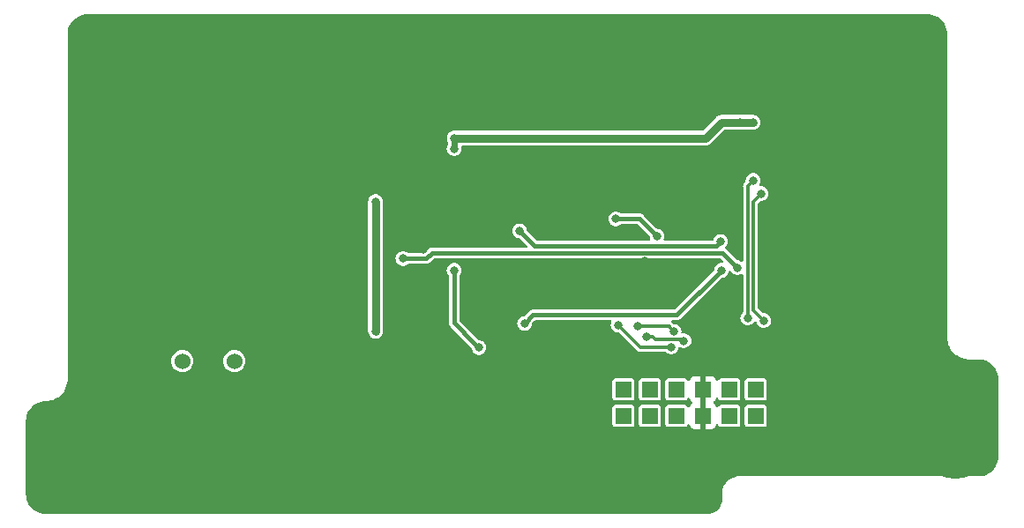
<source format=gbr>
%TF.GenerationSoftware,KiCad,Pcbnew,7.0.10-7.0.10~ubuntu23.04.1*%
%TF.CreationDate,2024-02-09T23:09:11+00:00*%
%TF.ProjectId,SPACEDOS01,53504143-4544-44f5-9330-312e6b696361,B*%
%TF.SameCoordinates,Original*%
%TF.FileFunction,Copper,L2,Bot*%
%TF.FilePolarity,Positive*%
%FSLAX46Y46*%
G04 Gerber Fmt 4.6, Leading zero omitted, Abs format (unit mm)*
G04 Created by KiCad (PCBNEW 7.0.10-7.0.10~ubuntu23.04.1) date 2024-02-09 23:09:11*
%MOMM*%
%LPD*%
G01*
G04 APERTURE LIST*
%TA.AperFunction,ComponentPad*%
%ADD10C,6.000000*%
%TD*%
%TA.AperFunction,ComponentPad*%
%ADD11C,1.524000*%
%TD*%
%TA.AperFunction,ComponentPad*%
%ADD12R,1.524000X1.524000*%
%TD*%
%TA.AperFunction,SMDPad,CuDef*%
%ADD13R,1.000000X1.000000*%
%TD*%
%TA.AperFunction,SMDPad,CuDef*%
%ADD14R,2.300000X1.000000*%
%TD*%
%TA.AperFunction,SMDPad,CuDef*%
%ADD15R,3.800000X1.000000*%
%TD*%
%TA.AperFunction,SMDPad,CuDef*%
%ADD16R,1.000000X2.300000*%
%TD*%
%TA.AperFunction,SMDPad,CuDef*%
%ADD17R,1.000000X3.800000*%
%TD*%
%TA.AperFunction,ViaPad*%
%ADD18C,0.800000*%
%TD*%
%TA.AperFunction,Conductor*%
%ADD19C,0.250000*%
%TD*%
%TA.AperFunction,Conductor*%
%ADD20C,0.400000*%
%TD*%
%TA.AperFunction,Conductor*%
%ADD21C,0.300000*%
%TD*%
%TA.AperFunction,Conductor*%
%ADD22C,0.800000*%
%TD*%
%TA.AperFunction,Conductor*%
%ADD23C,0.600000*%
%TD*%
G04 APERTURE END LIST*
D10*
%TO.P,M4,1*%
%TO.N,GND*%
X113934528Y-84421653D03*
%TD*%
%TO.P,M2,1*%
%TO.N,GND*%
X168824527Y-84421653D03*
%TD*%
%TO.P,M1,1*%
%TO.N,GND*%
X181744527Y-122521653D03*
%TD*%
%TO.P,M3,1*%
%TO.N,GND*%
X96014527Y-125061654D03*
%TD*%
D11*
%TO.P,D1,1*%
%TO.N,/K*%
X112524527Y-114221653D03*
%TO.P,D1,2*%
%TO.N,/A*%
X107524527Y-114221653D03*
%TD*%
D12*
%TO.P,J19,1*%
%TO.N,/cpu/RST#*%
X154942527Y-119473653D03*
%TO.P,J19,2*%
X154942527Y-116933653D03*
%TD*%
%TO.P,J6,1*%
%TO.N,/cpu/RX0*%
X152402527Y-116933653D03*
%TD*%
%TO.P,J4,1*%
%TO.N,/cpu/PD3*%
X149862527Y-116933653D03*
%TD*%
%TO.P,J7,1*%
%TO.N,/cpu/TX0*%
X152402527Y-119473653D03*
%TD*%
%TO.P,J3,1*%
%TO.N,/power/3*%
X162562527Y-116933653D03*
%TO.P,J3,2*%
X162562527Y-119473653D03*
%TD*%
%TO.P,J2,1*%
%TO.N,GND*%
X157482527Y-116933653D03*
%TO.P,J2,2*%
X157482527Y-119473653D03*
%TD*%
D13*
%TO.P,M10,1*%
%TO.N,GND*%
X131930527Y-114037654D03*
D14*
X133580527Y-114037654D03*
D15*
X138830527Y-114037654D03*
X144830527Y-114037654D03*
X150830527Y-114037654D03*
X156830527Y-114037654D03*
D14*
X162080527Y-114037654D03*
D13*
X163730527Y-114037654D03*
D16*
X131930527Y-112387654D03*
X163730527Y-112387654D03*
D17*
X131930527Y-107137654D03*
X163730527Y-107137654D03*
X131930527Y-101137654D03*
X163730527Y-101137654D03*
X131930527Y-95137654D03*
X163730527Y-95137654D03*
X131930527Y-89137654D03*
X163730527Y-89137654D03*
D16*
X131930527Y-83887654D03*
X163730527Y-83887654D03*
D13*
X131930527Y-82237654D03*
D14*
X133580527Y-82237654D03*
D15*
X138830527Y-82237654D03*
X144830527Y-82237654D03*
X150830527Y-82237654D03*
X156830527Y-82237654D03*
D14*
X162080527Y-82237654D03*
D13*
X163730527Y-82237654D03*
%TD*%
%TO.P,M8,1*%
%TO.N,GND*%
X98567627Y-88346353D03*
D16*
X98567627Y-89996353D03*
D17*
X98567627Y-95246353D03*
X98567627Y-101246353D03*
X98567627Y-107246353D03*
X98567627Y-113246353D03*
D16*
X98567627Y-118496353D03*
D13*
X98567627Y-120146353D03*
D14*
X100217627Y-88346353D03*
X100217627Y-120146353D03*
D15*
X105467627Y-88346353D03*
X105467627Y-120146353D03*
X111467627Y-88346353D03*
X111467627Y-120146353D03*
X117467627Y-88346353D03*
X117467627Y-120146353D03*
X123467627Y-88346353D03*
X123467627Y-120146353D03*
D14*
X128717627Y-88346353D03*
X128717627Y-120146353D03*
D13*
X130367627Y-88346353D03*
D16*
X130367627Y-89996353D03*
D17*
X130367627Y-95246353D03*
X130367627Y-101246353D03*
X130367627Y-107246353D03*
X130367627Y-113246353D03*
D16*
X130367627Y-118496353D03*
D13*
X130367627Y-120146353D03*
%TD*%
D12*
%TO.P,J5,1*%
%TO.N,/cpu/PD2*%
X149862527Y-119473653D03*
%TD*%
%TO.P,J1,1*%
%TO.N,N/C*%
X160022527Y-119473653D03*
%TO.P,J1,2*%
X160022527Y-116933653D03*
%TD*%
D18*
%TO.N,GND*%
X153570736Y-100614352D03*
X135945050Y-116412314D03*
X138031934Y-114094660D03*
X157647627Y-102214353D03*
X123230627Y-112501353D03*
X107355627Y-117454353D03*
X105831627Y-117454353D03*
X104307627Y-116438353D03*
X103291627Y-115422353D03*
X151932627Y-104627353D03*
X125770627Y-113136353D03*
X124500627Y-110596353D03*
X112684527Y-115971653D03*
X140883627Y-108310353D03*
X125770628Y-115041353D03*
X138089627Y-111358353D03*
X119420627Y-109326353D03*
X113705627Y-117581353D03*
X138089627Y-110342353D03*
X134660627Y-116946352D03*
X124500627Y-115041353D03*
X120563627Y-108818353D03*
X127040627Y-114406353D03*
X113705627Y-116311353D03*
X111419627Y-116438353D03*
X133390627Y-116311353D03*
X133390627Y-115041353D03*
X110403627Y-117454353D03*
X124500627Y-109326353D03*
X123230626Y-109834353D03*
X155615627Y-100690353D03*
X140121627Y-109326353D03*
X129580627Y-114406353D03*
X137200628Y-116311353D03*
X130850627Y-114406353D03*
X128310627Y-114406353D03*
X123230627Y-114406353D03*
X138851627Y-109326353D03*
X138089628Y-112882353D03*
X125135627Y-111866353D03*
X121960627Y-110850353D03*
X118150627Y-109326353D03*
X132120627Y-114406353D03*
X108879627Y-117454353D03*
X131485626Y-97261353D03*
X117434527Y-100221653D03*
X107990627Y-110596353D03*
X107952527Y-111853653D03*
X104934527Y-111721654D03*
X102910628Y-111471653D03*
X99735627Y-110596353D03*
X127167627Y-100690353D03*
X99735628Y-108691353D03*
X120055627Y-100436353D03*
X129580627Y-100436353D03*
X108934527Y-112971653D03*
X99735627Y-99801353D03*
X108934527Y-114721653D03*
X120055626Y-103738353D03*
X111508527Y-115409652D03*
X99735627Y-102976353D03*
X113184527Y-112471653D03*
X99735627Y-101071353D03*
X107990627Y-95991353D03*
X102275627Y-114406353D03*
X108934527Y-111721653D03*
X104815627Y-96626354D03*
X99735628Y-111866353D03*
X99735627Y-106786353D03*
X100370626Y-98531353D03*
X101640627Y-97261352D03*
X130850627Y-98531353D03*
X131231627Y-96118353D03*
X128310627Y-101071353D03*
X118785627Y-103738353D03*
X131485627Y-101071353D03*
X120055626Y-101706353D03*
X118785627Y-100436353D03*
X118785627Y-101706353D03*
X123865627Y-100436353D03*
X116245627Y-99166353D03*
X122595627Y-100436353D03*
X121325627Y-100436352D03*
X105684527Y-114471653D03*
X105184527Y-110471653D03*
X99735627Y-104881354D03*
X102910627Y-96626353D03*
X129707627Y-96118352D03*
X106085627Y-95991353D03*
X104934527Y-113221653D03*
X116880627Y-95356353D03*
X125135627Y-95356353D03*
X123230627Y-97261353D03*
X118150627Y-96626354D03*
X136311627Y-91038353D03*
X125135627Y-94086353D03*
X127962627Y-107669353D03*
X131485627Y-91038353D03*
X119420627Y-97261353D03*
X125478527Y-92549653D03*
X135963627Y-104748353D03*
X123865627Y-92816353D03*
X133009628Y-91038353D03*
X136090627Y-100811353D03*
X128526527Y-92295653D03*
X102181627Y-104494353D03*
X129105627Y-109066353D03*
X116245627Y-100221653D03*
X134533626Y-91038353D03*
X114975627Y-100221654D03*
X114975627Y-97896353D03*
X130413627Y-106526353D03*
X111165627Y-95991353D03*
X106499627Y-100938353D03*
X134820628Y-100811353D03*
X136725627Y-108431353D03*
X130623813Y-107548167D03*
X124500627Y-96626354D03*
X130629627Y-103478353D03*
X121960627Y-97261353D03*
X115610627Y-94721353D03*
X114975627Y-99166353D03*
X109895627Y-95991353D03*
X112435627Y-94721353D03*
X131645627Y-108266354D03*
X114340627Y-94721353D03*
X120690627Y-97261353D03*
X136090628Y-109066353D03*
X137835627Y-91038353D03*
X127002527Y-92295653D03*
X130215627Y-92562353D03*
X127835627Y-109066353D03*
X102181627Y-105764353D03*
X107515084Y-109046918D03*
X109420627Y-110336353D03*
X134660627Y-94721353D03*
X107515627Y-104621353D03*
X101259627Y-113390353D03*
X107515627Y-107796353D03*
X107515627Y-106526353D03*
X107863627Y-100811353D03*
X109420627Y-100811353D03*
X111927627Y-101198353D03*
X110055627Y-102716352D03*
X124434527Y-113471653D03*
X163684527Y-104471653D03*
X165184527Y-114471653D03*
X171452527Y-99661653D03*
X163324527Y-94327653D03*
X166434527Y-114471653D03*
X172468527Y-92803653D03*
X168677365Y-97820153D03*
X163324527Y-93057654D03*
X127256528Y-108297653D03*
X163324527Y-95597653D03*
X172722527Y-99661653D03*
X172684527Y-102721653D03*
X157684527Y-109721653D03*
X158184527Y-107971653D03*
X170434527Y-116721653D03*
X172468527Y-94073654D03*
X159684527Y-109221653D03*
%TO.N,Net-(R1-Pad2)*%
X135988730Y-112927085D03*
X133606527Y-105503653D03*
%TO.N,/cpu/RST#*%
X149354527Y-110761353D03*
X154434527Y-112869653D03*
%TO.N,/cpu/PC0*%
X161800527Y-110075653D03*
X162308527Y-96867653D03*
%TO.N,/cpu/PC1*%
X163324527Y-110329653D03*
X163070526Y-98137655D03*
%TO.N,/cpu/PB6*%
X153075627Y-102214353D03*
X149138627Y-100563353D03*
%TO.N,+3V3*%
X126057627Y-111352353D03*
X126057627Y-98906353D03*
X133606527Y-92803653D03*
X161038527Y-91279653D03*
X133606527Y-93819653D03*
X162308527Y-91279653D03*
%TO.N,PA1*%
X128691627Y-104373353D03*
X160784527Y-105249653D03*
%TO.N,PA0*%
X140375627Y-110596353D03*
X159265113Y-105508239D03*
%TO.N,PB0*%
X159171627Y-102722353D03*
X139900627Y-101706354D03*
%TO.N,/cpu/PD3*%
X155673352Y-112266745D03*
X152080174Y-111847686D03*
%TO.N,/cpu/PD2*%
X151199832Y-110904958D03*
X154717866Y-111369642D03*
%TD*%
D19*
%TO.N,GND*%
X130629627Y-102208353D02*
X130883627Y-101954353D01*
X130629627Y-103478353D02*
X130629627Y-102208353D01*
X102181627Y-104494353D02*
X102181627Y-105764353D01*
D20*
X129105627Y-109066353D02*
X127835627Y-109066353D01*
X131645627Y-108266354D02*
X131645627Y-107758353D01*
X136725627Y-105510353D02*
X135963627Y-104748353D01*
D19*
X109420627Y-100811353D02*
X111325627Y-100811353D01*
X110690627Y-110336353D02*
X109401192Y-109046918D01*
X109401192Y-109046918D02*
X107515084Y-109046918D01*
D20*
X136725627Y-108431353D02*
X136725627Y-105510353D01*
X131645627Y-107758353D02*
X130413627Y-106526353D01*
X131341999Y-108266353D02*
X130623813Y-107548167D01*
D19*
X107515627Y-107796353D02*
X107515627Y-106526353D01*
D20*
X136090627Y-100811353D02*
X134820628Y-100811353D01*
X131645627Y-108266354D02*
X131341999Y-108266353D01*
D19*
X127334328Y-108297653D02*
X127256528Y-108297653D01*
X127962627Y-107669353D02*
X127334328Y-108297653D01*
D20*
%TO.N,Net-(R1-Pad2)*%
X135588731Y-112527086D02*
X135988730Y-112927085D01*
X133606527Y-105503653D02*
X133606527Y-110544882D01*
X133606527Y-110544882D02*
X135588731Y-112527086D01*
D21*
%TO.N,/cpu/RST#*%
X153868842Y-112869653D02*
X154434527Y-112869653D01*
X149354527Y-110761353D02*
X151462827Y-112869653D01*
X151462827Y-112869653D02*
X153868842Y-112869653D01*
%TO.N,/cpu/PC0*%
X161800527Y-110075653D02*
X161800527Y-97375653D01*
X161800527Y-97375653D02*
X162308527Y-96867653D01*
%TO.N,/cpu/PC1*%
X162300537Y-109305663D02*
X163324527Y-110329653D01*
X163070526Y-98137655D02*
X162300537Y-98907645D01*
X162300537Y-98907645D02*
X162300537Y-109305663D01*
D20*
%TO.N,/cpu/PB6*%
X149138627Y-100563353D02*
X151424627Y-100563353D01*
X151424627Y-100563353D02*
X152675628Y-101814354D01*
X152675628Y-101814354D02*
X153075627Y-102214353D01*
D22*
%TO.N,+3V3*%
X126057627Y-111352353D02*
X126057627Y-98906353D01*
X161038527Y-91279653D02*
X159260527Y-91279653D01*
X159260527Y-91279653D02*
X157736527Y-92803653D01*
X157736527Y-92803653D02*
X133606527Y-92803653D01*
X161038527Y-91279653D02*
X162308527Y-91279653D01*
D23*
X133606527Y-92803653D02*
X133606527Y-93819653D01*
D20*
%TO.N,PA1*%
X131464630Y-103827352D02*
X159362226Y-103827352D01*
X130918629Y-104373353D02*
X131464630Y-103827352D01*
X128691627Y-104373353D02*
X130918629Y-104373353D01*
X159362226Y-103827352D02*
X160384528Y-104849654D01*
X160384528Y-104849654D02*
X160784527Y-105249653D01*
%TO.N,PA0*%
X141188329Y-109783651D02*
X151348525Y-109783651D01*
X140375627Y-110596353D02*
X141188329Y-109783651D01*
X159265113Y-105508239D02*
X154989701Y-109783651D01*
X154989701Y-109783651D02*
X151348525Y-109783651D01*
%TO.N,PB0*%
X141332617Y-103138343D02*
X139900627Y-101706354D01*
X159171627Y-102722353D02*
X158755637Y-103138343D01*
X158755637Y-103138343D02*
X141332617Y-103138343D01*
D21*
%TO.N,/cpu/PD3*%
X152645859Y-111847686D02*
X152917825Y-112119652D01*
X152917825Y-112119652D02*
X155526259Y-112119652D01*
X152080174Y-111847686D02*
X152645859Y-111847686D01*
X155526259Y-112119652D02*
X155673352Y-112266745D01*
%TO.N,/cpu/PD2*%
X154253181Y-110904958D02*
X154317867Y-110969643D01*
X151199832Y-110904958D02*
X154253181Y-110904958D01*
X154317867Y-110969643D02*
X154717866Y-111369642D01*
%TD*%
%TA.AperFunction,Conductor*%
%TO.N,GND*%
G36*
X179036129Y-80887258D02*
G01*
X179282522Y-80903410D01*
X179288876Y-80904246D01*
X179529479Y-80952108D01*
X179535660Y-80953764D01*
X179767959Y-81032621D01*
X179773872Y-81035070D01*
X179993904Y-81143579D01*
X179999439Y-81146774D01*
X180150739Y-81247869D01*
X180203418Y-81283068D01*
X180208504Y-81286970D01*
X180383287Y-81440251D01*
X180392939Y-81448715D01*
X180397471Y-81453247D01*
X180559224Y-81637689D01*
X180563116Y-81642760D01*
X180658376Y-81785325D01*
X180699409Y-81846734D01*
X180702614Y-81852284D01*
X180811121Y-82072309D01*
X180813573Y-82078231D01*
X180892428Y-82310517D01*
X180894087Y-82316708D01*
X180941949Y-82557304D01*
X180942786Y-82563658D01*
X180958922Y-82809763D01*
X180959027Y-82812969D01*
X180959027Y-111989007D01*
X180959045Y-111989229D01*
X180959044Y-112107682D01*
X180959044Y-112107685D01*
X180994550Y-112377428D01*
X181064965Y-112640236D01*
X181064967Y-112640241D01*
X181169072Y-112891586D01*
X181169076Y-112891593D01*
X181169077Y-112891595D01*
X181305110Y-113127218D01*
X181432739Y-113293549D01*
X181470738Y-113343071D01*
X181470740Y-113343073D01*
X181663115Y-113535449D01*
X181663127Y-113535460D01*
X181878953Y-113701070D01*
X181878962Y-113701076D01*
X181878966Y-113701079D01*
X182114587Y-113837114D01*
X182365948Y-113941230D01*
X182365953Y-113941231D01*
X182365955Y-113941232D01*
X182628741Y-114011643D01*
X182628742Y-114011643D01*
X182628749Y-114011645D01*
X182898493Y-114047154D01*
X183034529Y-114047153D01*
X183932923Y-114047153D01*
X183936128Y-114047258D01*
X184182521Y-114063410D01*
X184188875Y-114064246D01*
X184429478Y-114112108D01*
X184435659Y-114113764D01*
X184667959Y-114192621D01*
X184673872Y-114195070D01*
X184893903Y-114303578D01*
X184899438Y-114306774D01*
X185050736Y-114407868D01*
X185103417Y-114443068D01*
X185108502Y-114446970D01*
X185292938Y-114608715D01*
X185297470Y-114613247D01*
X185459218Y-114797683D01*
X185463120Y-114802768D01*
X185599413Y-115006740D01*
X185602617Y-115012290D01*
X185711118Y-115232301D01*
X185713571Y-115238223D01*
X185792428Y-115470516D01*
X185794087Y-115476707D01*
X185841949Y-115717304D01*
X185842786Y-115723658D01*
X185858922Y-115969747D01*
X185859027Y-115972953D01*
X185859027Y-123370053D01*
X185858922Y-123373257D01*
X185842778Y-123619650D01*
X185841942Y-123626004D01*
X185794087Y-123866616D01*
X185792428Y-123872808D01*
X185713578Y-124105107D01*
X185711125Y-124111028D01*
X185602631Y-124331045D01*
X185599427Y-124336596D01*
X185463136Y-124540579D01*
X185459234Y-124545664D01*
X185297491Y-124730102D01*
X185292959Y-124734635D01*
X185108519Y-124896391D01*
X185103434Y-124900293D01*
X184899456Y-125036592D01*
X184893905Y-125039796D01*
X184673893Y-125148298D01*
X184667971Y-125150751D01*
X184435673Y-125229610D01*
X184429482Y-125231269D01*
X184188881Y-125279131D01*
X184182527Y-125279968D01*
X183958662Y-125294644D01*
X183937255Y-125296048D01*
X183934052Y-125296153D01*
X176299568Y-125296153D01*
X176755045Y-80887153D01*
X179032924Y-80887153D01*
X179036129Y-80887258D01*
G37*
%TD.AperFunction*%
%TD*%
%TA.AperFunction,Conductor*%
%TO.N,GND*%
G36*
X179036129Y-80887258D02*
G01*
X179282522Y-80903410D01*
X179288876Y-80904246D01*
X179529479Y-80952108D01*
X179535660Y-80953764D01*
X179767959Y-81032621D01*
X179773872Y-81035070D01*
X179993904Y-81143579D01*
X179999439Y-81146774D01*
X180150739Y-81247869D01*
X180203418Y-81283068D01*
X180208504Y-81286970D01*
X180383287Y-81440251D01*
X180392939Y-81448715D01*
X180397471Y-81453247D01*
X180559224Y-81637689D01*
X180563116Y-81642760D01*
X180594051Y-81689057D01*
X180699409Y-81846734D01*
X180702614Y-81852284D01*
X180811121Y-82072309D01*
X180813573Y-82078231D01*
X180892428Y-82310517D01*
X180894087Y-82316708D01*
X180941949Y-82557304D01*
X180942786Y-82563658D01*
X180958922Y-82809763D01*
X180959027Y-82812969D01*
X180959027Y-84715184D01*
X164738527Y-84851110D01*
X164738527Y-84141654D01*
X162722527Y-84141654D01*
X162722527Y-84868004D01*
X132935153Y-85117619D01*
X132938527Y-85086250D01*
X132938527Y-84141654D01*
X130922527Y-84141654D01*
X130922527Y-85086250D01*
X130927708Y-85134441D01*
X96510027Y-85422857D01*
X96510027Y-82813255D01*
X96510132Y-82810049D01*
X96510151Y-82809763D01*
X96526288Y-82563658D01*
X96527124Y-82557310D01*
X96527125Y-82557304D01*
X96540185Y-82491654D01*
X130922527Y-82491654D01*
X130922527Y-83633654D01*
X131676527Y-83633654D01*
X131676527Y-82491654D01*
X132184527Y-82491654D01*
X132184527Y-83633654D01*
X132938527Y-83633654D01*
X132938527Y-83294654D01*
X132952879Y-83260006D01*
X132987527Y-83245654D01*
X133326527Y-83245654D01*
X133326527Y-82491654D01*
X133834527Y-82491654D01*
X133834527Y-83245654D01*
X134779123Y-83245654D01*
X134839617Y-83239150D01*
X134976491Y-83188098D01*
X135093430Y-83100557D01*
X135180971Y-82983618D01*
X135232023Y-82846744D01*
X135238527Y-82786250D01*
X135238527Y-82491654D01*
X136422527Y-82491654D01*
X136422527Y-82786250D01*
X136429030Y-82846744D01*
X136480082Y-82983618D01*
X136567623Y-83100557D01*
X136684562Y-83188098D01*
X136821436Y-83239150D01*
X136881931Y-83245654D01*
X138576527Y-83245654D01*
X138576527Y-82491654D01*
X139084527Y-82491654D01*
X139084527Y-83245654D01*
X140779123Y-83245654D01*
X140839617Y-83239150D01*
X140976491Y-83188098D01*
X141093430Y-83100557D01*
X141180971Y-82983618D01*
X141232023Y-82846744D01*
X141238527Y-82786250D01*
X141238527Y-82491654D01*
X142422527Y-82491654D01*
X142422527Y-82786250D01*
X142429030Y-82846744D01*
X142480082Y-82983618D01*
X142567623Y-83100557D01*
X142684562Y-83188098D01*
X142821436Y-83239150D01*
X142881931Y-83245654D01*
X144576527Y-83245654D01*
X144576527Y-82491654D01*
X145084527Y-82491654D01*
X145084527Y-83245654D01*
X146779123Y-83245654D01*
X146839617Y-83239150D01*
X146976491Y-83188098D01*
X147093430Y-83100557D01*
X147180971Y-82983618D01*
X147232023Y-82846744D01*
X147238527Y-82786250D01*
X147238527Y-82491654D01*
X148422527Y-82491654D01*
X148422527Y-82786250D01*
X148429030Y-82846744D01*
X148480082Y-82983618D01*
X148567623Y-83100557D01*
X148684562Y-83188098D01*
X148821436Y-83239150D01*
X148881931Y-83245654D01*
X150576527Y-83245654D01*
X150576527Y-82491654D01*
X151084527Y-82491654D01*
X151084527Y-83245654D01*
X152779123Y-83245654D01*
X152839617Y-83239150D01*
X152976491Y-83188098D01*
X153093430Y-83100557D01*
X153180971Y-82983618D01*
X153232023Y-82846744D01*
X153238527Y-82786250D01*
X153238527Y-82491654D01*
X154422527Y-82491654D01*
X154422527Y-82786250D01*
X154429030Y-82846744D01*
X154480082Y-82983618D01*
X154567623Y-83100557D01*
X154684562Y-83188098D01*
X154821436Y-83239150D01*
X154881931Y-83245654D01*
X156576527Y-83245654D01*
X156576527Y-82491654D01*
X157084527Y-82491654D01*
X157084527Y-83245654D01*
X158779123Y-83245654D01*
X158839617Y-83239150D01*
X158976491Y-83188098D01*
X159093430Y-83100557D01*
X159180971Y-82983618D01*
X159232023Y-82846744D01*
X159238527Y-82786250D01*
X159238527Y-82491654D01*
X160422527Y-82491654D01*
X160422527Y-82786250D01*
X160429030Y-82846744D01*
X160480082Y-82983618D01*
X160567623Y-83100557D01*
X160684562Y-83188098D01*
X160821436Y-83239150D01*
X160881931Y-83245654D01*
X161826527Y-83245654D01*
X161826527Y-82491654D01*
X162334527Y-82491654D01*
X162334527Y-83245654D01*
X162673527Y-83245654D01*
X162708175Y-83260006D01*
X162722527Y-83294654D01*
X162722527Y-83633654D01*
X163476527Y-83633654D01*
X163476527Y-82491654D01*
X163984527Y-82491654D01*
X163984527Y-83633654D01*
X164738527Y-83633654D01*
X164738527Y-82491654D01*
X163984527Y-82491654D01*
X163476527Y-82491654D01*
X162334527Y-82491654D01*
X161826527Y-82491654D01*
X160422527Y-82491654D01*
X159238527Y-82491654D01*
X157084527Y-82491654D01*
X156576527Y-82491654D01*
X154422527Y-82491654D01*
X153238527Y-82491654D01*
X151084527Y-82491654D01*
X150576527Y-82491654D01*
X148422527Y-82491654D01*
X147238527Y-82491654D01*
X145084527Y-82491654D01*
X144576527Y-82491654D01*
X142422527Y-82491654D01*
X141238527Y-82491654D01*
X139084527Y-82491654D01*
X138576527Y-82491654D01*
X136422527Y-82491654D01*
X135238527Y-82491654D01*
X133834527Y-82491654D01*
X133326527Y-82491654D01*
X132184527Y-82491654D01*
X131676527Y-82491654D01*
X130922527Y-82491654D01*
X96540185Y-82491654D01*
X96574989Y-82316708D01*
X96576641Y-82310540D01*
X96655504Y-82078231D01*
X96657954Y-82072319D01*
X96701681Y-81983654D01*
X130922527Y-81983654D01*
X131676527Y-81983654D01*
X131676527Y-81229654D01*
X132184527Y-81229654D01*
X132184527Y-81983654D01*
X133326527Y-81983654D01*
X133326527Y-81229654D01*
X133834527Y-81229654D01*
X133834527Y-81983654D01*
X135238527Y-81983654D01*
X136422527Y-81983654D01*
X138576527Y-81983654D01*
X138576527Y-81229654D01*
X139084527Y-81229654D01*
X139084527Y-81983654D01*
X141238527Y-81983654D01*
X142422527Y-81983654D01*
X144576527Y-81983654D01*
X144576527Y-81229654D01*
X145084527Y-81229654D01*
X145084527Y-81983654D01*
X147238527Y-81983654D01*
X148422527Y-81983654D01*
X150576527Y-81983654D01*
X150576527Y-81229654D01*
X151084527Y-81229654D01*
X151084527Y-81983654D01*
X153238527Y-81983654D01*
X154422527Y-81983654D01*
X156576527Y-81983654D01*
X156576527Y-81229654D01*
X157084527Y-81229654D01*
X157084527Y-81983654D01*
X159238527Y-81983654D01*
X160422527Y-81983654D01*
X161826527Y-81983654D01*
X161826527Y-81229654D01*
X162334527Y-81229654D01*
X162334527Y-81983654D01*
X163476527Y-81983654D01*
X163476527Y-81229654D01*
X163984527Y-81229654D01*
X163984527Y-81983654D01*
X164738527Y-81983654D01*
X164738527Y-81689057D01*
X164732023Y-81628563D01*
X164680971Y-81491689D01*
X164593430Y-81374750D01*
X164476491Y-81287209D01*
X164339617Y-81236157D01*
X164279123Y-81229654D01*
X163984527Y-81229654D01*
X163476527Y-81229654D01*
X162334527Y-81229654D01*
X161826527Y-81229654D01*
X160881931Y-81229654D01*
X160821436Y-81236157D01*
X160684562Y-81287209D01*
X160567623Y-81374750D01*
X160480082Y-81491689D01*
X160429030Y-81628563D01*
X160422527Y-81689057D01*
X160422527Y-81983654D01*
X159238527Y-81983654D01*
X159238527Y-81689057D01*
X159232023Y-81628563D01*
X159180971Y-81491689D01*
X159093430Y-81374750D01*
X158976491Y-81287209D01*
X158839617Y-81236157D01*
X158779123Y-81229654D01*
X157084527Y-81229654D01*
X156576527Y-81229654D01*
X154881931Y-81229654D01*
X154821436Y-81236157D01*
X154684562Y-81287209D01*
X154567623Y-81374750D01*
X154480082Y-81491689D01*
X154429030Y-81628563D01*
X154422527Y-81689057D01*
X154422527Y-81983654D01*
X153238527Y-81983654D01*
X153238527Y-81689057D01*
X153232023Y-81628563D01*
X153180971Y-81491689D01*
X153093430Y-81374750D01*
X152976491Y-81287209D01*
X152839617Y-81236157D01*
X152779123Y-81229654D01*
X151084527Y-81229654D01*
X150576527Y-81229654D01*
X148881931Y-81229654D01*
X148821436Y-81236157D01*
X148684562Y-81287209D01*
X148567623Y-81374750D01*
X148480082Y-81491689D01*
X148429030Y-81628563D01*
X148422527Y-81689057D01*
X148422527Y-81983654D01*
X147238527Y-81983654D01*
X147238527Y-81689057D01*
X147232023Y-81628563D01*
X147180971Y-81491689D01*
X147093430Y-81374750D01*
X146976491Y-81287209D01*
X146839617Y-81236157D01*
X146779123Y-81229654D01*
X145084527Y-81229654D01*
X144576527Y-81229654D01*
X142881931Y-81229654D01*
X142821436Y-81236157D01*
X142684562Y-81287209D01*
X142567623Y-81374750D01*
X142480082Y-81491689D01*
X142429030Y-81628563D01*
X142422527Y-81689057D01*
X142422527Y-81983654D01*
X141238527Y-81983654D01*
X141238527Y-81689057D01*
X141232023Y-81628563D01*
X141180971Y-81491689D01*
X141093430Y-81374750D01*
X140976491Y-81287209D01*
X140839617Y-81236157D01*
X140779123Y-81229654D01*
X139084527Y-81229654D01*
X138576527Y-81229654D01*
X136881931Y-81229654D01*
X136821436Y-81236157D01*
X136684562Y-81287209D01*
X136567623Y-81374750D01*
X136480082Y-81491689D01*
X136429030Y-81628563D01*
X136422527Y-81689057D01*
X136422527Y-81983654D01*
X135238527Y-81983654D01*
X135238527Y-81689057D01*
X135232023Y-81628563D01*
X135180971Y-81491689D01*
X135093430Y-81374750D01*
X134976491Y-81287209D01*
X134839617Y-81236157D01*
X134779123Y-81229654D01*
X133834527Y-81229654D01*
X133326527Y-81229654D01*
X132184527Y-81229654D01*
X131676527Y-81229654D01*
X131381931Y-81229654D01*
X131321436Y-81236157D01*
X131184562Y-81287209D01*
X131067623Y-81374750D01*
X130980082Y-81491689D01*
X130929030Y-81628563D01*
X130922527Y-81689057D01*
X130922527Y-81983654D01*
X96701681Y-81983654D01*
X96766460Y-81852302D01*
X96769655Y-81846767D01*
X96905952Y-81642795D01*
X96909844Y-81637721D01*
X97071606Y-81453273D01*
X97076130Y-81448750D01*
X97260579Y-81286998D01*
X97265636Y-81283118D01*
X97469635Y-81146815D01*
X97475166Y-81143623D01*
X97695183Y-81035128D01*
X97701102Y-81032676D01*
X97701267Y-81032620D01*
X97933407Y-80953822D01*
X97939573Y-80952170D01*
X98180197Y-80904311D01*
X98186531Y-80903478D01*
X98379600Y-80890826D01*
X98434056Y-80887258D01*
X98437260Y-80887153D01*
X98459057Y-80887153D01*
X179032924Y-80887153D01*
X179036129Y-80887258D01*
G37*
%TD.AperFunction*%
%TD*%
%TA.AperFunction,Conductor*%
%TO.N,GND*%
G36*
X99404888Y-87338353D02*
G01*
X98821627Y-87338353D01*
X98821627Y-88092353D01*
X99412280Y-88092353D01*
X99417261Y-88600353D01*
X98821627Y-88600353D01*
X98821627Y-91654353D01*
X99116223Y-91654353D01*
X99176717Y-91647849D01*
X99313591Y-91596797D01*
X99430530Y-91509257D01*
X99445581Y-91489149D01*
X99460626Y-93023651D01*
X99430530Y-92983449D01*
X99313591Y-92895908D01*
X99176717Y-92844856D01*
X99116223Y-92838353D01*
X98821627Y-92838353D01*
X98821627Y-97654353D01*
X99116223Y-97654353D01*
X99176717Y-97647849D01*
X99313591Y-97596797D01*
X99430530Y-97509256D01*
X99503644Y-97411588D01*
X99520259Y-99106254D01*
X99518071Y-99100388D01*
X99430530Y-98983449D01*
X99313591Y-98895908D01*
X99176717Y-98844856D01*
X99116223Y-98838353D01*
X98821627Y-98838353D01*
X98821627Y-103654353D01*
X99116223Y-103654353D01*
X99176717Y-103647849D01*
X99313591Y-103596797D01*
X99430530Y-103509256D01*
X99518071Y-103392317D01*
X99561146Y-103276827D01*
X99716651Y-119138353D01*
X99624627Y-119138353D01*
X99589979Y-119124001D01*
X99575627Y-119089353D01*
X99575627Y-118750353D01*
X98821627Y-118750353D01*
X98821627Y-119892353D01*
X99724044Y-119892353D01*
X99729024Y-120400353D01*
X98821627Y-120400353D01*
X98821627Y-121154353D01*
X99736416Y-121154353D01*
X99812316Y-128896153D01*
X94436128Y-128896153D01*
X94432924Y-128896048D01*
X94186537Y-128879902D01*
X94180182Y-128879066D01*
X93939577Y-128831209D01*
X93933386Y-128829550D01*
X93701092Y-128750698D01*
X93695170Y-128748245D01*
X93475154Y-128639746D01*
X93469607Y-128636543D01*
X93318312Y-128535451D01*
X93265633Y-128500252D01*
X93260548Y-128496350D01*
X93076113Y-128334604D01*
X93071581Y-128330072D01*
X92909837Y-128145635D01*
X92905935Y-128140550D01*
X92769649Y-127936579D01*
X92766444Y-127931028D01*
X92741547Y-127880540D01*
X92657943Y-127711003D01*
X92655498Y-127705100D01*
X92576642Y-127472787D01*
X92574988Y-127466613D01*
X92527129Y-127225988D01*
X92526296Y-127219655D01*
X92510132Y-126972952D01*
X92510027Y-126969748D01*
X92510027Y-120400353D01*
X97559627Y-120400353D01*
X97559627Y-120694949D01*
X97566130Y-120755443D01*
X97617182Y-120892317D01*
X97704723Y-121009256D01*
X97821662Y-121096797D01*
X97958536Y-121147849D01*
X98019031Y-121154353D01*
X98313627Y-121154353D01*
X98313627Y-120400353D01*
X97559627Y-120400353D01*
X92510027Y-120400353D01*
X92510027Y-119973255D01*
X92510132Y-119970049D01*
X92526287Y-119723664D01*
X92527124Y-119717310D01*
X92574988Y-119476710D01*
X92576641Y-119470540D01*
X92655504Y-119238231D01*
X92657954Y-119232319D01*
X92766460Y-119012302D01*
X92769655Y-119006767D01*
X92905952Y-118802795D01*
X92909844Y-118797721D01*
X92951386Y-118750353D01*
X97559627Y-118750353D01*
X97559627Y-119892353D01*
X98313627Y-119892353D01*
X98313627Y-118750353D01*
X97559627Y-118750353D01*
X92951386Y-118750353D01*
X93071606Y-118613273D01*
X93076130Y-118608750D01*
X93260579Y-118446998D01*
X93265636Y-118443118D01*
X93469635Y-118306815D01*
X93475166Y-118303623D01*
X93599415Y-118242353D01*
X97559627Y-118242353D01*
X98313627Y-118242353D01*
X98313627Y-116838353D01*
X98821627Y-116838353D01*
X98821627Y-118242353D01*
X99575627Y-118242353D01*
X99575627Y-117297756D01*
X99569123Y-117237262D01*
X99518071Y-117100388D01*
X99430530Y-116983449D01*
X99313591Y-116895908D01*
X99176717Y-116844856D01*
X99116223Y-116838353D01*
X98821627Y-116838353D01*
X98313627Y-116838353D01*
X98019031Y-116838353D01*
X97958536Y-116844856D01*
X97821662Y-116895908D01*
X97704723Y-116983449D01*
X97617182Y-117100388D01*
X97566130Y-117237262D01*
X97559627Y-117297756D01*
X97559627Y-118242353D01*
X93599415Y-118242353D01*
X93695183Y-118195128D01*
X93701102Y-118192676D01*
X93933407Y-118113822D01*
X93939573Y-118112170D01*
X94180197Y-118064311D01*
X94186531Y-118063478D01*
X94432947Y-118047330D01*
X94436104Y-118047226D01*
X94570566Y-118047225D01*
X94840314Y-118011708D01*
X95103118Y-117941285D01*
X95354482Y-117837162D01*
X95590105Y-117701120D01*
X95805954Y-117535487D01*
X95998338Y-117343097D01*
X96163963Y-117127241D01*
X96299996Y-116891613D01*
X96404110Y-116640245D01*
X96474523Y-116377439D01*
X96510030Y-116107689D01*
X96510027Y-115971651D01*
X96510027Y-113500353D01*
X97559627Y-113500353D01*
X97559627Y-115194949D01*
X97566130Y-115255443D01*
X97617182Y-115392317D01*
X97704723Y-115509256D01*
X97821662Y-115596797D01*
X97958536Y-115647849D01*
X98019031Y-115654353D01*
X98313627Y-115654353D01*
X98313627Y-113500353D01*
X98821627Y-113500353D01*
X98821627Y-115654353D01*
X99116223Y-115654353D01*
X99176717Y-115647849D01*
X99313591Y-115596797D01*
X99430530Y-115509256D01*
X99518071Y-115392317D01*
X99569123Y-115255443D01*
X99575627Y-115194949D01*
X99575627Y-113500353D01*
X98821627Y-113500353D01*
X98313627Y-113500353D01*
X97559627Y-113500353D01*
X96510027Y-113500353D01*
X96510027Y-112992353D01*
X97559627Y-112992353D01*
X98313627Y-112992353D01*
X98313627Y-110838353D01*
X98821627Y-110838353D01*
X98821627Y-112992353D01*
X99575627Y-112992353D01*
X99575627Y-111297756D01*
X99569123Y-111237262D01*
X99518071Y-111100388D01*
X99430530Y-110983449D01*
X99313591Y-110895908D01*
X99176717Y-110844856D01*
X99116223Y-110838353D01*
X98821627Y-110838353D01*
X98313627Y-110838353D01*
X98019031Y-110838353D01*
X97958536Y-110844856D01*
X97821662Y-110895908D01*
X97704723Y-110983449D01*
X97617182Y-111100388D01*
X97566130Y-111237262D01*
X97559627Y-111297756D01*
X97559627Y-112992353D01*
X96510027Y-112992353D01*
X96510027Y-107500353D01*
X97559627Y-107500353D01*
X97559627Y-109194949D01*
X97566130Y-109255443D01*
X97617182Y-109392317D01*
X97704723Y-109509256D01*
X97821662Y-109596797D01*
X97958536Y-109647849D01*
X98019031Y-109654353D01*
X98313627Y-109654353D01*
X98313627Y-107500353D01*
X98821627Y-107500353D01*
X98821627Y-109654353D01*
X99116223Y-109654353D01*
X99176717Y-109647849D01*
X99313591Y-109596797D01*
X99430530Y-109509256D01*
X99518071Y-109392317D01*
X99569123Y-109255443D01*
X99575627Y-109194949D01*
X99575627Y-107500353D01*
X98821627Y-107500353D01*
X98313627Y-107500353D01*
X97559627Y-107500353D01*
X96510027Y-107500353D01*
X96510027Y-106992353D01*
X97559627Y-106992353D01*
X98313627Y-106992353D01*
X98313627Y-104838353D01*
X98821627Y-104838353D01*
X98821627Y-106992353D01*
X99575627Y-106992353D01*
X99575627Y-105297756D01*
X99569123Y-105237262D01*
X99518071Y-105100388D01*
X99430530Y-104983449D01*
X99313591Y-104895908D01*
X99176717Y-104844856D01*
X99116223Y-104838353D01*
X98821627Y-104838353D01*
X98313627Y-104838353D01*
X98019031Y-104838353D01*
X97958536Y-104844856D01*
X97821662Y-104895908D01*
X97704723Y-104983449D01*
X97617182Y-105100388D01*
X97566130Y-105237262D01*
X97559627Y-105297756D01*
X97559627Y-106992353D01*
X96510027Y-106992353D01*
X96510027Y-101500353D01*
X97559627Y-101500353D01*
X97559627Y-103194949D01*
X97566130Y-103255443D01*
X97617182Y-103392317D01*
X97704723Y-103509256D01*
X97821662Y-103596797D01*
X97958536Y-103647849D01*
X98019031Y-103654353D01*
X98313627Y-103654353D01*
X98313627Y-101500353D01*
X97559627Y-101500353D01*
X96510027Y-101500353D01*
X96510027Y-100992353D01*
X97559627Y-100992353D01*
X98313627Y-100992353D01*
X98313627Y-98838353D01*
X98019031Y-98838353D01*
X97958536Y-98844856D01*
X97821662Y-98895908D01*
X97704723Y-98983449D01*
X97617182Y-99100388D01*
X97566130Y-99237262D01*
X97559627Y-99297756D01*
X97559627Y-100992353D01*
X96510027Y-100992353D01*
X96510027Y-95500353D01*
X97559627Y-95500353D01*
X97559627Y-97194949D01*
X97566130Y-97255443D01*
X97617182Y-97392317D01*
X97704723Y-97509256D01*
X97821662Y-97596797D01*
X97958536Y-97647849D01*
X98019031Y-97654353D01*
X98313627Y-97654353D01*
X98313627Y-95500353D01*
X97559627Y-95500353D01*
X96510027Y-95500353D01*
X96510027Y-94992353D01*
X97559627Y-94992353D01*
X98313627Y-94992353D01*
X98313627Y-92838353D01*
X98019031Y-92838353D01*
X97958536Y-92844856D01*
X97821662Y-92895908D01*
X97704723Y-92983449D01*
X97617182Y-93100388D01*
X97566130Y-93237262D01*
X97559627Y-93297756D01*
X97559627Y-94992353D01*
X96510027Y-94992353D01*
X96510027Y-90250353D01*
X97559627Y-90250353D01*
X97559627Y-91194949D01*
X97566130Y-91255443D01*
X97617182Y-91392317D01*
X97704723Y-91509256D01*
X97821662Y-91596797D01*
X97958536Y-91647849D01*
X98019031Y-91654353D01*
X98313627Y-91654353D01*
X98313627Y-90250353D01*
X97559627Y-90250353D01*
X96510027Y-90250353D01*
X96510027Y-88600353D01*
X97559627Y-88600353D01*
X97559627Y-89742353D01*
X98313627Y-89742353D01*
X98313627Y-88600353D01*
X97559627Y-88600353D01*
X96510027Y-88600353D01*
X96510027Y-88092353D01*
X97559627Y-88092353D01*
X98313627Y-88092353D01*
X98313627Y-87338353D01*
X98019031Y-87338353D01*
X97958536Y-87344856D01*
X97821662Y-87395908D01*
X97704723Y-87483449D01*
X97617182Y-87600388D01*
X97566130Y-87737262D01*
X97559627Y-87797756D01*
X97559627Y-88092353D01*
X96510027Y-88092353D01*
X96510027Y-82813255D01*
X96510132Y-82810049D01*
X96526287Y-82563664D01*
X96527124Y-82557310D01*
X96574988Y-82316710D01*
X96576641Y-82310540D01*
X96655504Y-82078231D01*
X96657954Y-82072319D01*
X96766460Y-81852302D01*
X96769655Y-81846767D01*
X96905952Y-81642795D01*
X96909844Y-81637721D01*
X97071606Y-81453273D01*
X97076130Y-81448750D01*
X97260579Y-81286998D01*
X97265636Y-81283118D01*
X97469635Y-81146815D01*
X97475166Y-81143623D01*
X97695183Y-81035128D01*
X97701102Y-81032676D01*
X97933407Y-80953822D01*
X97939573Y-80952170D01*
X98180197Y-80904311D01*
X98186531Y-80903478D01*
X98379600Y-80890826D01*
X98434056Y-80887258D01*
X98437260Y-80887153D01*
X99341641Y-80887153D01*
X99404888Y-87338353D01*
G37*
%TD.AperFunction*%
%TD*%
%TA.AperFunction,Conductor*%
%TO.N,GND*%
G36*
X185713578Y-124105107D02*
G01*
X185711125Y-124111028D01*
X185602631Y-124331045D01*
X185599427Y-124336596D01*
X185463136Y-124540579D01*
X185459234Y-124545664D01*
X185297491Y-124730102D01*
X185292959Y-124734635D01*
X185108519Y-124896391D01*
X185103434Y-124900293D01*
X184899456Y-125036592D01*
X184893905Y-125039796D01*
X184673893Y-125148298D01*
X184667971Y-125150751D01*
X184435673Y-125229610D01*
X184429482Y-125231269D01*
X184188881Y-125279131D01*
X184182527Y-125279968D01*
X183958662Y-125294644D01*
X183937255Y-125296048D01*
X183934052Y-125296153D01*
X160917401Y-125296153D01*
X160916557Y-125296225D01*
X160821845Y-125296225D01*
X160598786Y-125328292D01*
X160598780Y-125328293D01*
X160382565Y-125391775D01*
X160382557Y-125391777D01*
X160382553Y-125391779D01*
X160382549Y-125391780D01*
X160382540Y-125391784D01*
X160177561Y-125485390D01*
X160177554Y-125485394D01*
X159987984Y-125607216D01*
X159987961Y-125607233D01*
X159817654Y-125754799D01*
X159670076Y-125925104D01*
X159670065Y-125925118D01*
X159548230Y-126114688D01*
X159454606Y-126319678D01*
X159454604Y-126319683D01*
X159391108Y-126535908D01*
X159359031Y-126758970D01*
X159359030Y-126758975D01*
X159359027Y-126844172D01*
X159359027Y-127469731D01*
X159358876Y-127473574D01*
X159341797Y-127690661D01*
X159340594Y-127698255D01*
X159290219Y-127908108D01*
X159287844Y-127915421D01*
X159205255Y-128114826D01*
X159201764Y-128121677D01*
X159089004Y-128305695D01*
X159084485Y-128311916D01*
X158944321Y-128476036D01*
X158938884Y-128481473D01*
X158774775Y-128621642D01*
X158768554Y-128626162D01*
X158584538Y-128738933D01*
X158577688Y-128742424D01*
X158378294Y-128825021D01*
X158370981Y-128827397D01*
X158161122Y-128877783D01*
X158153528Y-128878986D01*
X157937384Y-128896002D01*
X157933538Y-128896153D01*
X94436128Y-128896153D01*
X94432924Y-128896048D01*
X94186537Y-128879902D01*
X94180182Y-128879066D01*
X93939577Y-128831209D01*
X93933386Y-128829550D01*
X93701092Y-128750698D01*
X93695170Y-128748245D01*
X93475154Y-128639746D01*
X93469607Y-128636543D01*
X93318312Y-128535451D01*
X93265633Y-128500252D01*
X93260548Y-128496350D01*
X93076113Y-128334604D01*
X93071581Y-128330072D01*
X93053089Y-128308986D01*
X92909837Y-128145635D01*
X92905935Y-128140550D01*
X92769649Y-127936579D01*
X92766444Y-127931028D01*
X92705485Y-127807412D01*
X92657943Y-127711003D01*
X92655498Y-127705100D01*
X92576642Y-127472787D01*
X92574988Y-127466613D01*
X92527129Y-127225988D01*
X92526296Y-127219655D01*
X92510132Y-126972952D01*
X92510027Y-126969748D01*
X92510027Y-124045653D01*
X185733759Y-124045653D01*
X185713578Y-124105107D01*
G37*
%TD.AperFunction*%
%TD*%
%TA.AperFunction,Conductor*%
%TO.N,GND*%
G36*
X179036129Y-80887258D02*
G01*
X179282522Y-80903410D01*
X179288876Y-80904246D01*
X179529479Y-80952108D01*
X179535660Y-80953764D01*
X179767959Y-81032621D01*
X179773872Y-81035070D01*
X179993904Y-81143579D01*
X179999439Y-81146774D01*
X180150739Y-81247869D01*
X180203418Y-81283068D01*
X180208504Y-81286970D01*
X180383287Y-81440251D01*
X180392939Y-81448715D01*
X180397471Y-81453247D01*
X180559224Y-81637689D01*
X180563116Y-81642760D01*
X180658376Y-81785325D01*
X180699409Y-81846734D01*
X180702614Y-81852284D01*
X180811121Y-82072309D01*
X180813573Y-82078231D01*
X180892428Y-82310517D01*
X180894087Y-82316708D01*
X180941949Y-82557304D01*
X180942786Y-82563658D01*
X180958922Y-82809763D01*
X180959027Y-82812969D01*
X180959027Y-111989007D01*
X180959045Y-111989229D01*
X180959044Y-112107682D01*
X180959044Y-112107685D01*
X180994550Y-112377428D01*
X181064965Y-112640236D01*
X181064967Y-112640241D01*
X181169072Y-112891586D01*
X181169076Y-112891593D01*
X181169077Y-112891595D01*
X181305110Y-113127218D01*
X181432739Y-113293549D01*
X181470738Y-113343071D01*
X181470740Y-113343073D01*
X181663115Y-113535449D01*
X181663127Y-113535460D01*
X181878953Y-113701070D01*
X181878962Y-113701076D01*
X181878966Y-113701079D01*
X182114587Y-113837114D01*
X182365948Y-113941230D01*
X182365953Y-113941231D01*
X182365955Y-113941232D01*
X182628741Y-114011643D01*
X182628742Y-114011643D01*
X182628749Y-114011645D01*
X182898493Y-114047154D01*
X183034529Y-114047153D01*
X183932923Y-114047153D01*
X183936128Y-114047258D01*
X184182521Y-114063410D01*
X184188875Y-114064246D01*
X184429478Y-114112108D01*
X184435659Y-114113764D01*
X184667959Y-114192621D01*
X184673872Y-114195070D01*
X184893903Y-114303578D01*
X184899438Y-114306774D01*
X185050736Y-114407868D01*
X185103417Y-114443068D01*
X185108502Y-114446970D01*
X185292938Y-114608715D01*
X185297470Y-114613247D01*
X185459218Y-114797683D01*
X185463120Y-114802768D01*
X185599413Y-115006740D01*
X185602617Y-115012290D01*
X185711118Y-115232301D01*
X185713571Y-115238223D01*
X185792428Y-115470516D01*
X185794087Y-115476707D01*
X185841949Y-115717304D01*
X185842786Y-115723658D01*
X185858922Y-115969747D01*
X185859027Y-115972953D01*
X185859027Y-123370053D01*
X185858922Y-123373257D01*
X185842778Y-123619650D01*
X185841942Y-123626004D01*
X185794087Y-123866616D01*
X185792428Y-123872808D01*
X185713578Y-124105107D01*
X185711125Y-124111028D01*
X185602631Y-124331045D01*
X185599427Y-124336596D01*
X185463136Y-124540579D01*
X185459234Y-124545664D01*
X185297491Y-124730102D01*
X185292959Y-124734635D01*
X185108519Y-124896391D01*
X185103434Y-124900293D01*
X184899456Y-125036592D01*
X184893905Y-125039796D01*
X184673893Y-125148298D01*
X184667971Y-125150751D01*
X184435673Y-125229610D01*
X184429482Y-125231269D01*
X184188881Y-125279131D01*
X184182527Y-125279968D01*
X183958662Y-125294644D01*
X183937255Y-125296048D01*
X183934052Y-125296153D01*
X176344434Y-125296153D01*
X176981883Y-80887153D01*
X179032924Y-80887153D01*
X179036129Y-80887258D01*
G37*
%TD.AperFunction*%
%TD*%
%TA.AperFunction,Conductor*%
%TO.N,GND*%
G36*
X157287487Y-117338657D02*
G01*
X157415529Y-117378153D01*
X157515839Y-117378153D01*
X157615026Y-117363203D01*
X157735751Y-117305065D01*
X157736527Y-117304344D01*
X157736527Y-119108847D01*
X157677567Y-119068649D01*
X157549525Y-119029153D01*
X157449215Y-119029153D01*
X157350028Y-119044103D01*
X157229303Y-119102241D01*
X157228527Y-119102961D01*
X157228527Y-117298458D01*
X157287487Y-117338657D01*
G37*
%TD.AperFunction*%
%TA.AperFunction,Conductor*%
G36*
X179038645Y-80887422D02*
G01*
X179277487Y-80903080D01*
X179293813Y-80905229D01*
X179524531Y-80951124D01*
X179540442Y-80955387D01*
X179763182Y-81031000D01*
X179778403Y-81037305D01*
X179989371Y-81141343D01*
X180003637Y-81149579D01*
X180199222Y-81280264D01*
X180212297Y-81290297D01*
X180389145Y-81445388D01*
X180400799Y-81457042D01*
X180555887Y-81633884D01*
X180565921Y-81646959D01*
X180696610Y-81842545D01*
X180704850Y-81856818D01*
X180808884Y-82067772D01*
X180815192Y-82082999D01*
X180890808Y-82305744D01*
X180895073Y-82321663D01*
X180940965Y-82552354D01*
X180943117Y-82568695D01*
X180958757Y-82807246D01*
X180959027Y-82815489D01*
X180959027Y-111995537D01*
X180959045Y-111995759D01*
X180959044Y-112107685D01*
X180959044Y-112107698D01*
X180994549Y-112377422D01*
X180994553Y-112377443D01*
X181064959Y-112640219D01*
X181064962Y-112640229D01*
X181104081Y-112734674D01*
X181169077Y-112891595D01*
X181169080Y-112891600D01*
X181305106Y-113127212D01*
X181305109Y-113127218D01*
X181470728Y-113343059D01*
X181470738Y-113343070D01*
X181663114Y-113535448D01*
X181663126Y-113535459D01*
X181797186Y-113638327D01*
X181878966Y-113701079D01*
X182114587Y-113837114D01*
X182114589Y-113837115D01*
X182114593Y-113837117D01*
X182257121Y-113896153D01*
X182365948Y-113941230D01*
X182628749Y-114011645D01*
X182628751Y-114011645D01*
X182628754Y-114011646D01*
X182763621Y-114029399D01*
X182898493Y-114047154D01*
X183034529Y-114047153D01*
X183930403Y-114047153D01*
X183938644Y-114047422D01*
X184177486Y-114063080D01*
X184193812Y-114065229D01*
X184424530Y-114111124D01*
X184440441Y-114115387D01*
X184663182Y-114191000D01*
X184678400Y-114197303D01*
X184889379Y-114301347D01*
X184903636Y-114309579D01*
X185099221Y-114440264D01*
X185112296Y-114450297D01*
X185289144Y-114605388D01*
X185300798Y-114617042D01*
X185455890Y-114793889D01*
X185465923Y-114806964D01*
X185596606Y-115002540D01*
X185604847Y-115016813D01*
X185708884Y-115227771D01*
X185715192Y-115242998D01*
X185790808Y-115465743D01*
X185795073Y-115481662D01*
X185840965Y-115712354D01*
X185843117Y-115728694D01*
X185858757Y-115967231D01*
X185859027Y-115975475D01*
X185859027Y-123367537D01*
X185858757Y-123375775D01*
X185843107Y-123614617D01*
X185840957Y-123630957D01*
X185811824Y-123777439D01*
X185795073Y-123861660D01*
X185790807Y-123877580D01*
X185715201Y-124100326D01*
X185708894Y-124115554D01*
X185604863Y-124326518D01*
X185596623Y-124340792D01*
X185465938Y-124536385D01*
X185455904Y-124549461D01*
X185300814Y-124726313D01*
X185289160Y-124737967D01*
X185112317Y-124893060D01*
X185099242Y-124903094D01*
X184903656Y-125033786D01*
X184889382Y-125042027D01*
X184678422Y-125146064D01*
X184663196Y-125152371D01*
X184440452Y-125227987D01*
X184424531Y-125232254D01*
X184193824Y-125278148D01*
X184177484Y-125280299D01*
X183976244Y-125293492D01*
X183939772Y-125295883D01*
X183931532Y-125296153D01*
X160910739Y-125296153D01*
X160909895Y-125296225D01*
X160821852Y-125296225D01*
X160821851Y-125296225D01*
X160821849Y-125296225D01*
X160602001Y-125327830D01*
X160598777Y-125328294D01*
X160382558Y-125391777D01*
X160382552Y-125391779D01*
X160177558Y-125485392D01*
X159987971Y-125607225D01*
X159817653Y-125754800D01*
X159670073Y-125925108D01*
X159548227Y-126114692D01*
X159548226Y-126114693D01*
X159454608Y-126319673D01*
X159454604Y-126319684D01*
X159391109Y-126535904D01*
X159359030Y-126758976D01*
X159359030Y-126758977D01*
X159359027Y-126844174D01*
X159359027Y-127466704D01*
X159358639Y-127476587D01*
X159342272Y-127684620D01*
X159339180Y-127704146D01*
X159314392Y-127807412D01*
X159291633Y-127902222D01*
X159285523Y-127921027D01*
X159207576Y-128109224D01*
X159198600Y-128126841D01*
X159092169Y-128300530D01*
X159080548Y-128316526D01*
X158948258Y-128471426D01*
X158934278Y-128485407D01*
X158779382Y-128617707D01*
X158763387Y-128629329D01*
X158589709Y-128735765D01*
X158572091Y-128744742D01*
X158383889Y-128822702D01*
X158365085Y-128828812D01*
X158167012Y-128876369D01*
X158147485Y-128879462D01*
X157966110Y-128893740D01*
X157940406Y-128895764D01*
X157930519Y-128896153D01*
X94438645Y-128896153D01*
X94430406Y-128895883D01*
X94191570Y-128880232D01*
X94175229Y-128878081D01*
X93944528Y-128832194D01*
X93928607Y-128827928D01*
X93924391Y-128826497D01*
X93891598Y-128815365D01*
X93705872Y-128752320D01*
X93690645Y-128746013D01*
X93479682Y-128641978D01*
X93465409Y-128633737D01*
X93269834Y-128503059D01*
X93256757Y-128493026D01*
X93248069Y-128485407D01*
X93079901Y-128337926D01*
X93068250Y-128326274D01*
X92913161Y-128149425D01*
X92903137Y-128136363D01*
X92772450Y-127940771D01*
X92764211Y-127926501D01*
X92752238Y-127902222D01*
X92660177Y-127715533D01*
X92653871Y-127700307D01*
X92648546Y-127684620D01*
X92578265Y-127477568D01*
X92574001Y-127461649D01*
X92528117Y-127230953D01*
X92525966Y-127214612D01*
X92510297Y-126975463D01*
X92510027Y-126967225D01*
X92510027Y-120280512D01*
X148800027Y-120280512D01*
X148800028Y-120280519D01*
X148802941Y-120305643D01*
X148802943Y-120305647D01*
X148848320Y-120408418D01*
X148927759Y-120487857D01*
X148927761Y-120487858D01*
X148927762Y-120487859D01*
X149030536Y-120533238D01*
X149055662Y-120536153D01*
X150669391Y-120536152D01*
X150694518Y-120533238D01*
X150797292Y-120487859D01*
X150876733Y-120408418D01*
X150922112Y-120305644D01*
X150925027Y-120280518D01*
X150925027Y-120280512D01*
X151340027Y-120280512D01*
X151340028Y-120280519D01*
X151342941Y-120305643D01*
X151342943Y-120305647D01*
X151388320Y-120408418D01*
X151467759Y-120487857D01*
X151467761Y-120487858D01*
X151467762Y-120487859D01*
X151570536Y-120533238D01*
X151595662Y-120536153D01*
X153209391Y-120536152D01*
X153234518Y-120533238D01*
X153337292Y-120487859D01*
X153416733Y-120408418D01*
X153462112Y-120305644D01*
X153465027Y-120280518D01*
X153465027Y-120280512D01*
X153880027Y-120280512D01*
X153880028Y-120280519D01*
X153882941Y-120305643D01*
X153882943Y-120305647D01*
X153928320Y-120408418D01*
X154007759Y-120487857D01*
X154007761Y-120487858D01*
X154007762Y-120487859D01*
X154110536Y-120533238D01*
X154135662Y-120536153D01*
X155749391Y-120536152D01*
X155774518Y-120533238D01*
X155877292Y-120487859D01*
X155956733Y-120408418D01*
X155986703Y-120340541D01*
X156032515Y-120286304D01*
X156100378Y-120265445D01*
X156168746Y-120284587D01*
X156215912Y-120337652D01*
X156220023Y-120347402D01*
X156270083Y-120481619D01*
X156357622Y-120598557D01*
X156474561Y-120686097D01*
X156611433Y-120737147D01*
X156671929Y-120743652D01*
X156671942Y-120743653D01*
X157228527Y-120743653D01*
X157228527Y-119838458D01*
X157287487Y-119878657D01*
X157415529Y-119918153D01*
X157515839Y-119918153D01*
X157615026Y-119903203D01*
X157735751Y-119845065D01*
X157736527Y-119844344D01*
X157736527Y-120743653D01*
X158293112Y-120743653D01*
X158293124Y-120743652D01*
X158353620Y-120737147D01*
X158490491Y-120686097D01*
X158490492Y-120686097D01*
X158607431Y-120598557D01*
X158694971Y-120481618D01*
X158745030Y-120347403D01*
X158787576Y-120290567D01*
X158854097Y-120265756D01*
X158923471Y-120280847D01*
X158973673Y-120331049D01*
X158978350Y-120340541D01*
X159008320Y-120408418D01*
X159087759Y-120487857D01*
X159087761Y-120487858D01*
X159087762Y-120487859D01*
X159190536Y-120533238D01*
X159215662Y-120536153D01*
X160829391Y-120536152D01*
X160854518Y-120533238D01*
X160957292Y-120487859D01*
X161036733Y-120408418D01*
X161082112Y-120305644D01*
X161085027Y-120280518D01*
X161085027Y-120280512D01*
X161500027Y-120280512D01*
X161500028Y-120280519D01*
X161502941Y-120305643D01*
X161502943Y-120305647D01*
X161548320Y-120408418D01*
X161627759Y-120487857D01*
X161627761Y-120487858D01*
X161627762Y-120487859D01*
X161730536Y-120533238D01*
X161755662Y-120536153D01*
X163369391Y-120536152D01*
X163394518Y-120533238D01*
X163497292Y-120487859D01*
X163576733Y-120408418D01*
X163622112Y-120305644D01*
X163625027Y-120280518D01*
X163625026Y-118666789D01*
X163622112Y-118641662D01*
X163576733Y-118538888D01*
X163576733Y-118538887D01*
X163497294Y-118459448D01*
X163497292Y-118459447D01*
X163394516Y-118414067D01*
X163394517Y-118414067D01*
X163369395Y-118411153D01*
X161755667Y-118411153D01*
X161755660Y-118411154D01*
X161730536Y-118414067D01*
X161730532Y-118414069D01*
X161627761Y-118459446D01*
X161548322Y-118538885D01*
X161548321Y-118538887D01*
X161502941Y-118641662D01*
X161500027Y-118666782D01*
X161500027Y-120280512D01*
X161085027Y-120280512D01*
X161085026Y-118666789D01*
X161082112Y-118641662D01*
X161036733Y-118538888D01*
X161036733Y-118538887D01*
X160957294Y-118459448D01*
X160957292Y-118459447D01*
X160854516Y-118414067D01*
X160854517Y-118414067D01*
X160829395Y-118411153D01*
X159215667Y-118411153D01*
X159215660Y-118411154D01*
X159190536Y-118414067D01*
X159190532Y-118414069D01*
X159087761Y-118459446D01*
X159008321Y-118538886D01*
X158978350Y-118606765D01*
X158932536Y-118661002D01*
X158864673Y-118681860D01*
X158796305Y-118662717D01*
X158749141Y-118609651D01*
X158745030Y-118599902D01*
X158694971Y-118465687D01*
X158607431Y-118348748D01*
X158548350Y-118304521D01*
X158505803Y-118247685D01*
X158500739Y-118176870D01*
X158534764Y-118114557D01*
X158548350Y-118102785D01*
X158607431Y-118058557D01*
X158694971Y-117941618D01*
X158745030Y-117807403D01*
X158787576Y-117750567D01*
X158854097Y-117725756D01*
X158923471Y-117740847D01*
X158973673Y-117791049D01*
X158978350Y-117800541D01*
X159008320Y-117868418D01*
X159087759Y-117947857D01*
X159087761Y-117947858D01*
X159087762Y-117947859D01*
X159190536Y-117993238D01*
X159215662Y-117996153D01*
X160829391Y-117996152D01*
X160854518Y-117993238D01*
X160957292Y-117947859D01*
X161036733Y-117868418D01*
X161082112Y-117765644D01*
X161085027Y-117740518D01*
X161085027Y-117740512D01*
X161500027Y-117740512D01*
X161500028Y-117740519D01*
X161502941Y-117765643D01*
X161502943Y-117765647D01*
X161548320Y-117868418D01*
X161627759Y-117947857D01*
X161627761Y-117947858D01*
X161627762Y-117947859D01*
X161730536Y-117993238D01*
X161755662Y-117996153D01*
X163369391Y-117996152D01*
X163394518Y-117993238D01*
X163497292Y-117947859D01*
X163576733Y-117868418D01*
X163622112Y-117765644D01*
X163625027Y-117740518D01*
X163625026Y-116126789D01*
X163622112Y-116101662D01*
X163576733Y-115998888D01*
X163576733Y-115998887D01*
X163497294Y-115919448D01*
X163497292Y-115919447D01*
X163394516Y-115874067D01*
X163394517Y-115874067D01*
X163369395Y-115871153D01*
X161755667Y-115871153D01*
X161755660Y-115871154D01*
X161730536Y-115874067D01*
X161730532Y-115874069D01*
X161627761Y-115919446D01*
X161548322Y-115998885D01*
X161548321Y-115998887D01*
X161502941Y-116101662D01*
X161500027Y-116126782D01*
X161500027Y-117740512D01*
X161085027Y-117740512D01*
X161085026Y-116126789D01*
X161082112Y-116101662D01*
X161036733Y-115998888D01*
X161036733Y-115998887D01*
X160957294Y-115919448D01*
X160957292Y-115919447D01*
X160854516Y-115874067D01*
X160854517Y-115874067D01*
X160829395Y-115871153D01*
X159215667Y-115871153D01*
X159215660Y-115871154D01*
X159190536Y-115874067D01*
X159190532Y-115874069D01*
X159087761Y-115919446D01*
X159008321Y-115998886D01*
X158978350Y-116066765D01*
X158932536Y-116121002D01*
X158864673Y-116141860D01*
X158796305Y-116122717D01*
X158749141Y-116069651D01*
X158745030Y-116059902D01*
X158694971Y-115925687D01*
X158607431Y-115808748D01*
X158490492Y-115721208D01*
X158353620Y-115670158D01*
X158293124Y-115663653D01*
X157736527Y-115663653D01*
X157736527Y-116568847D01*
X157677567Y-116528649D01*
X157549525Y-116489153D01*
X157449215Y-116489153D01*
X157350028Y-116504103D01*
X157229303Y-116562241D01*
X157228527Y-116562961D01*
X157228527Y-115663653D01*
X156671929Y-115663653D01*
X156611433Y-115670158D01*
X156474562Y-115721208D01*
X156474561Y-115721208D01*
X156357622Y-115808748D01*
X156270083Y-115925686D01*
X156220023Y-116059903D01*
X156177476Y-116116738D01*
X156110955Y-116141549D01*
X156041581Y-116126457D01*
X155991379Y-116076255D01*
X155986703Y-116066765D01*
X155956733Y-115998888D01*
X155956732Y-115998887D01*
X155956731Y-115998885D01*
X155877294Y-115919448D01*
X155877292Y-115919447D01*
X155774516Y-115874067D01*
X155774517Y-115874067D01*
X155749395Y-115871153D01*
X154135667Y-115871153D01*
X154135660Y-115871154D01*
X154110536Y-115874067D01*
X154110532Y-115874069D01*
X154007761Y-115919446D01*
X153928322Y-115998885D01*
X153928321Y-115998887D01*
X153882941Y-116101662D01*
X153880027Y-116126782D01*
X153880027Y-117740512D01*
X153880028Y-117740519D01*
X153882941Y-117765643D01*
X153882943Y-117765647D01*
X153928320Y-117868418D01*
X154007759Y-117947857D01*
X154007761Y-117947858D01*
X154007762Y-117947859D01*
X154110536Y-117993238D01*
X154135662Y-117996153D01*
X155749391Y-117996152D01*
X155774518Y-117993238D01*
X155877292Y-117947859D01*
X155956733Y-117868418D01*
X155986703Y-117800541D01*
X156032515Y-117746304D01*
X156100378Y-117725445D01*
X156168746Y-117744587D01*
X156215912Y-117797652D01*
X156220023Y-117807402D01*
X156270083Y-117941619D01*
X156357621Y-118058555D01*
X156416704Y-118102785D01*
X156459250Y-118159622D01*
X156464314Y-118230437D01*
X156430289Y-118292749D01*
X156416704Y-118304521D01*
X156357621Y-118348750D01*
X156270083Y-118465686D01*
X156220023Y-118599903D01*
X156177476Y-118656738D01*
X156110955Y-118681549D01*
X156041581Y-118666457D01*
X155991379Y-118616255D01*
X155986703Y-118606765D01*
X155956733Y-118538888D01*
X155956732Y-118538887D01*
X155956731Y-118538885D01*
X155877294Y-118459448D01*
X155877292Y-118459447D01*
X155774516Y-118414067D01*
X155774517Y-118414067D01*
X155749395Y-118411153D01*
X154135667Y-118411153D01*
X154135660Y-118411154D01*
X154110536Y-118414067D01*
X154110532Y-118414069D01*
X154007761Y-118459446D01*
X153928322Y-118538885D01*
X153928321Y-118538887D01*
X153882941Y-118641662D01*
X153880027Y-118666782D01*
X153880027Y-120280512D01*
X153465027Y-120280512D01*
X153465026Y-118666789D01*
X153462112Y-118641662D01*
X153416733Y-118538888D01*
X153416733Y-118538887D01*
X153337294Y-118459448D01*
X153337292Y-118459447D01*
X153234516Y-118414067D01*
X153234517Y-118414067D01*
X153209395Y-118411153D01*
X151595667Y-118411153D01*
X151595660Y-118411154D01*
X151570536Y-118414067D01*
X151570532Y-118414069D01*
X151467761Y-118459446D01*
X151388322Y-118538885D01*
X151388321Y-118538887D01*
X151342941Y-118641662D01*
X151340027Y-118666782D01*
X151340027Y-120280512D01*
X150925027Y-120280512D01*
X150925026Y-118666789D01*
X150922112Y-118641662D01*
X150876733Y-118538888D01*
X150876733Y-118538887D01*
X150797294Y-118459448D01*
X150797292Y-118459447D01*
X150694516Y-118414067D01*
X150694517Y-118414067D01*
X150669395Y-118411153D01*
X149055667Y-118411153D01*
X149055660Y-118411154D01*
X149030536Y-118414067D01*
X149030532Y-118414069D01*
X148927761Y-118459446D01*
X148848322Y-118538885D01*
X148848321Y-118538887D01*
X148802941Y-118641662D01*
X148800027Y-118666782D01*
X148800027Y-120280512D01*
X92510027Y-120280512D01*
X92510027Y-119975777D01*
X92510297Y-119967534D01*
X92518946Y-119835618D01*
X92525957Y-119728688D01*
X92528106Y-119712374D01*
X92574003Y-119481659D01*
X92578264Y-119465758D01*
X92653882Y-119243010D01*
X92660178Y-119227808D01*
X92764227Y-119016829D01*
X92772461Y-119002569D01*
X92903155Y-118806980D01*
X92913178Y-118793920D01*
X93068276Y-118617070D01*
X93079917Y-118605429D01*
X93256781Y-118450329D01*
X93269840Y-118440309D01*
X93465428Y-118309626D01*
X93479685Y-118301395D01*
X93690673Y-118197351D01*
X93705868Y-118191058D01*
X93928636Y-118115442D01*
X93944529Y-118111184D01*
X94175233Y-118065298D01*
X94191573Y-118063148D01*
X94430408Y-118047496D01*
X94438640Y-118047227D01*
X94570367Y-118047225D01*
X94570566Y-118047225D01*
X94840314Y-118011708D01*
X95103118Y-117941285D01*
X95354482Y-117837162D01*
X95354483Y-117837161D01*
X95354486Y-117837160D01*
X95521879Y-117740512D01*
X148800027Y-117740512D01*
X148800028Y-117740519D01*
X148802941Y-117765643D01*
X148802943Y-117765647D01*
X148848320Y-117868418D01*
X148927759Y-117947857D01*
X148927761Y-117947858D01*
X148927762Y-117947859D01*
X149030536Y-117993238D01*
X149055662Y-117996153D01*
X150669391Y-117996152D01*
X150694518Y-117993238D01*
X150797292Y-117947859D01*
X150876733Y-117868418D01*
X150922112Y-117765644D01*
X150925027Y-117740518D01*
X150925027Y-117740512D01*
X151340027Y-117740512D01*
X151340028Y-117740519D01*
X151342941Y-117765643D01*
X151342943Y-117765647D01*
X151388320Y-117868418D01*
X151467759Y-117947857D01*
X151467761Y-117947858D01*
X151467762Y-117947859D01*
X151570536Y-117993238D01*
X151595662Y-117996153D01*
X153209391Y-117996152D01*
X153234518Y-117993238D01*
X153337292Y-117947859D01*
X153416733Y-117868418D01*
X153462112Y-117765644D01*
X153465027Y-117740518D01*
X153465026Y-116126789D01*
X153462112Y-116101662D01*
X153416733Y-115998888D01*
X153416733Y-115998887D01*
X153337294Y-115919448D01*
X153337292Y-115919447D01*
X153234516Y-115874067D01*
X153234517Y-115874067D01*
X153209395Y-115871153D01*
X151595667Y-115871153D01*
X151595660Y-115871154D01*
X151570536Y-115874067D01*
X151570532Y-115874069D01*
X151467761Y-115919446D01*
X151388322Y-115998885D01*
X151388321Y-115998887D01*
X151342941Y-116101662D01*
X151340027Y-116126782D01*
X151340027Y-117740512D01*
X150925027Y-117740512D01*
X150925026Y-116126789D01*
X150922112Y-116101662D01*
X150876733Y-115998888D01*
X150876733Y-115998887D01*
X150797294Y-115919448D01*
X150797292Y-115919447D01*
X150694516Y-115874067D01*
X150694517Y-115874067D01*
X150669395Y-115871153D01*
X149055667Y-115871153D01*
X149055660Y-115871154D01*
X149030536Y-115874067D01*
X149030532Y-115874069D01*
X148927761Y-115919446D01*
X148848322Y-115998885D01*
X148848321Y-115998887D01*
X148802941Y-116101662D01*
X148800027Y-116126782D01*
X148800027Y-117740512D01*
X95521879Y-117740512D01*
X95590100Y-117701123D01*
X95590100Y-117701122D01*
X95590105Y-117701120D01*
X95805954Y-117535487D01*
X95998338Y-117343097D01*
X96163963Y-117127241D01*
X96299996Y-116891613D01*
X96404110Y-116640245D01*
X96425010Y-116562241D01*
X96474522Y-116377443D01*
X96474522Y-116377442D01*
X96474523Y-116377439D01*
X96505573Y-116141549D01*
X96510029Y-116107700D01*
X96510029Y-116107696D01*
X96510030Y-116107689D01*
X96510027Y-115971651D01*
X96510027Y-114221656D01*
X106456886Y-114221656D01*
X106477398Y-114429932D01*
X106477399Y-114429938D01*
X106477400Y-114429939D01*
X106538155Y-114630222D01*
X106636816Y-114814803D01*
X106769591Y-114976589D01*
X106931377Y-115109364D01*
X107115958Y-115208025D01*
X107316241Y-115268780D01*
X107316245Y-115268780D01*
X107316247Y-115268781D01*
X107524524Y-115289294D01*
X107524527Y-115289294D01*
X107524530Y-115289294D01*
X107732806Y-115268781D01*
X107732807Y-115268780D01*
X107732813Y-115268780D01*
X107933096Y-115208025D01*
X108117677Y-115109364D01*
X108279463Y-114976589D01*
X108412238Y-114814803D01*
X108510899Y-114630222D01*
X108571654Y-114429939D01*
X108584320Y-114301343D01*
X108592168Y-114221656D01*
X111456886Y-114221656D01*
X111477398Y-114429932D01*
X111477399Y-114429938D01*
X111477400Y-114429939D01*
X111538155Y-114630222D01*
X111636816Y-114814803D01*
X111769591Y-114976589D01*
X111931377Y-115109364D01*
X112115958Y-115208025D01*
X112316241Y-115268780D01*
X112316245Y-115268780D01*
X112316247Y-115268781D01*
X112524524Y-115289294D01*
X112524527Y-115289294D01*
X112524530Y-115289294D01*
X112732806Y-115268781D01*
X112732807Y-115268780D01*
X112732813Y-115268780D01*
X112933096Y-115208025D01*
X113117677Y-115109364D01*
X113279463Y-114976589D01*
X113412238Y-114814803D01*
X113510899Y-114630222D01*
X113571654Y-114429939D01*
X113584320Y-114301343D01*
X113592168Y-114221656D01*
X113592168Y-114221649D01*
X113571655Y-114013373D01*
X113571654Y-114013371D01*
X113571654Y-114013367D01*
X113510899Y-113813084D01*
X113412238Y-113628503D01*
X113279463Y-113466717D01*
X113117677Y-113333942D01*
X112933096Y-113235281D01*
X112732813Y-113174526D01*
X112732812Y-113174525D01*
X112732806Y-113174524D01*
X112524530Y-113154012D01*
X112524524Y-113154012D01*
X112316247Y-113174524D01*
X112115957Y-113235281D01*
X111931376Y-113333942D01*
X111769591Y-113466717D01*
X111636816Y-113628502D01*
X111538155Y-113813083D01*
X111477398Y-114013373D01*
X111456886Y-114221649D01*
X111456886Y-114221656D01*
X108592168Y-114221656D01*
X108592168Y-114221649D01*
X108571655Y-114013373D01*
X108571654Y-114013371D01*
X108571654Y-114013367D01*
X108510899Y-113813084D01*
X108412238Y-113628503D01*
X108279463Y-113466717D01*
X108117677Y-113333942D01*
X107933096Y-113235281D01*
X107732813Y-113174526D01*
X107732812Y-113174525D01*
X107732806Y-113174524D01*
X107524530Y-113154012D01*
X107524524Y-113154012D01*
X107316247Y-113174524D01*
X107115957Y-113235281D01*
X106931376Y-113333942D01*
X106769591Y-113466717D01*
X106636816Y-113628502D01*
X106538155Y-113813083D01*
X106477398Y-114013373D01*
X106456886Y-114221649D01*
X106456886Y-114221656D01*
X96510027Y-114221656D01*
X96510027Y-111352354D01*
X125351982Y-111352354D01*
X125357127Y-111394724D01*
X125357127Y-111394726D01*
X125372486Y-111521223D01*
X125432806Y-111680278D01*
X125432808Y-111680282D01*
X125514626Y-111798814D01*
X125529444Y-111820282D01*
X125656775Y-111933087D01*
X125807402Y-112012143D01*
X125807403Y-112012143D01*
X125807405Y-112012144D01*
X125964088Y-112050762D01*
X125972571Y-112052853D01*
X125972574Y-112052853D01*
X126142680Y-112052853D01*
X126142683Y-112052853D01*
X126307852Y-112012143D01*
X126458479Y-111933087D01*
X126585810Y-111820282D01*
X126682445Y-111680283D01*
X126742767Y-111521225D01*
X126757828Y-111397186D01*
X126758127Y-111394726D01*
X126758127Y-111394724D01*
X126763272Y-111352354D01*
X126763272Y-111352351D01*
X126759046Y-111317548D01*
X126758127Y-111302360D01*
X126758127Y-105503655D01*
X132900882Y-105503655D01*
X132921386Y-105672524D01*
X132981706Y-105831578D01*
X132981708Y-105831582D01*
X133082674Y-105977855D01*
X133080210Y-105979555D01*
X133104539Y-106031310D01*
X133106027Y-106050615D01*
X133106027Y-110477522D01*
X133103148Y-110504302D01*
X133102168Y-110508805D01*
X133102168Y-110508810D01*
X133105706Y-110558272D01*
X133106027Y-110567262D01*
X133106027Y-110580679D01*
X133107937Y-110593970D01*
X133108897Y-110602901D01*
X133112435Y-110652363D01*
X133112437Y-110652370D01*
X133114048Y-110656690D01*
X133120704Y-110682765D01*
X133121361Y-110687337D01*
X133121363Y-110687344D01*
X133141958Y-110732440D01*
X133145399Y-110740746D01*
X133153086Y-110761353D01*
X133162731Y-110787213D01*
X133162732Y-110787214D01*
X133165495Y-110790906D01*
X133179233Y-110814060D01*
X133181146Y-110818249D01*
X133181148Y-110818252D01*
X133181149Y-110818253D01*
X133181150Y-110818255D01*
X133184805Y-110822473D01*
X133213619Y-110855726D01*
X133219259Y-110862726D01*
X133227306Y-110873475D01*
X133236801Y-110882970D01*
X133242921Y-110889543D01*
X133273018Y-110924278D01*
X133275399Y-110927025D01*
X133279278Y-110929517D01*
X133300250Y-110946419D01*
X135252638Y-112898807D01*
X135286664Y-112961119D01*
X135288624Y-112972714D01*
X135303589Y-113095956D01*
X135363909Y-113255010D01*
X135363911Y-113255014D01*
X135424685Y-113343059D01*
X135460547Y-113395014D01*
X135587878Y-113507819D01*
X135738505Y-113586875D01*
X135738506Y-113586875D01*
X135738508Y-113586876D01*
X135895191Y-113625494D01*
X135903674Y-113627585D01*
X135903677Y-113627585D01*
X136073783Y-113627585D01*
X136073786Y-113627585D01*
X136238955Y-113586875D01*
X136389582Y-113507819D01*
X136516913Y-113395014D01*
X136613548Y-113255015D01*
X136673870Y-113095957D01*
X136689804Y-112964729D01*
X136694375Y-112927087D01*
X136694375Y-112927082D01*
X136673870Y-112758213D01*
X136613550Y-112599159D01*
X136613548Y-112599155D01*
X136516913Y-112459156D01*
X136516911Y-112459154D01*
X136389587Y-112346355D01*
X136389581Y-112346350D01*
X136238955Y-112267295D01*
X136238951Y-112267293D01*
X136073789Y-112226585D01*
X136073786Y-112226585D01*
X136048234Y-112226585D01*
X135980113Y-112206583D01*
X135959139Y-112189680D01*
X134143932Y-110374473D01*
X134109906Y-110312161D01*
X134107027Y-110285378D01*
X134107027Y-106050615D01*
X134127029Y-105982494D01*
X134130486Y-105977928D01*
X134130380Y-105977855D01*
X134177601Y-105909444D01*
X134231345Y-105831583D01*
X134231801Y-105830382D01*
X134244306Y-105797406D01*
X134291667Y-105672525D01*
X134303195Y-105577583D01*
X134312172Y-105503655D01*
X134312172Y-105503650D01*
X134291667Y-105334781D01*
X134231347Y-105175727D01*
X134231345Y-105175723D01*
X134134710Y-105035724D01*
X134134708Y-105035722D01*
X134007384Y-104922923D01*
X134007378Y-104922918D01*
X133856752Y-104843863D01*
X133856748Y-104843861D01*
X133691586Y-104803153D01*
X133691583Y-104803153D01*
X133521471Y-104803153D01*
X133521467Y-104803153D01*
X133356305Y-104843861D01*
X133356301Y-104843863D01*
X133205675Y-104922918D01*
X133205669Y-104922923D01*
X133078345Y-105035722D01*
X133078343Y-105035724D01*
X132981708Y-105175723D01*
X132981706Y-105175727D01*
X132921386Y-105334781D01*
X132900882Y-105503650D01*
X132900882Y-105503655D01*
X126758127Y-105503655D01*
X126758127Y-104373355D01*
X127985982Y-104373355D01*
X128006486Y-104542224D01*
X128066806Y-104701278D01*
X128066808Y-104701282D01*
X128163443Y-104841281D01*
X128163445Y-104841283D01*
X128260774Y-104927509D01*
X128290775Y-104954087D01*
X128441402Y-105033143D01*
X128441403Y-105033143D01*
X128441405Y-105033144D01*
X128598088Y-105071762D01*
X128606571Y-105073853D01*
X128606574Y-105073853D01*
X128776680Y-105073853D01*
X128776683Y-105073853D01*
X128941852Y-105033143D01*
X129092479Y-104954087D01*
X129147278Y-104905539D01*
X129211531Y-104875340D01*
X129230830Y-104873853D01*
X130851271Y-104873853D01*
X130878055Y-104876732D01*
X130882556Y-104877712D01*
X130932021Y-104874173D01*
X130941009Y-104873853D01*
X130954427Y-104873853D01*
X130954428Y-104873853D01*
X130967729Y-104871940D01*
X130976638Y-104870982D01*
X131026112Y-104867444D01*
X131030420Y-104865836D01*
X131056530Y-104859172D01*
X131061086Y-104858518D01*
X131106195Y-104837916D01*
X131114491Y-104834480D01*
X131160960Y-104817149D01*
X131164646Y-104814389D01*
X131187812Y-104800642D01*
X131192002Y-104798730D01*
X131229475Y-104766259D01*
X131236473Y-104760619D01*
X131247222Y-104752574D01*
X131256709Y-104743085D01*
X131263277Y-104736968D01*
X131300772Y-104704481D01*
X131303258Y-104700611D01*
X131320161Y-104679633D01*
X131635040Y-104364756D01*
X131697352Y-104330731D01*
X131724135Y-104327852D01*
X159102721Y-104327852D01*
X159170842Y-104347854D01*
X159191816Y-104364757D01*
X159419703Y-104592644D01*
X159453729Y-104654956D01*
X159448664Y-104725771D01*
X159406117Y-104782607D01*
X159339597Y-104807418D01*
X159330608Y-104807739D01*
X159180053Y-104807739D01*
X159014891Y-104848447D01*
X159014887Y-104848449D01*
X158864261Y-104927504D01*
X158864255Y-104927509D01*
X158736931Y-105040308D01*
X158736929Y-105040310D01*
X158640294Y-105180309D01*
X158640292Y-105180313D01*
X158579972Y-105339367D01*
X158565007Y-105462609D01*
X158536939Y-105527822D01*
X158529021Y-105536515D01*
X154819292Y-109246246D01*
X154756980Y-109280271D01*
X154730197Y-109283151D01*
X141255687Y-109283151D01*
X141228902Y-109280271D01*
X141224402Y-109279292D01*
X141224401Y-109279292D01*
X141201453Y-109280933D01*
X141174936Y-109282830D01*
X141165949Y-109283151D01*
X141152530Y-109283151D01*
X141142985Y-109284522D01*
X141139242Y-109285061D01*
X141130311Y-109286021D01*
X141080845Y-109289560D01*
X141080841Y-109289560D01*
X141076515Y-109291174D01*
X141050446Y-109297827D01*
X141045877Y-109298484D01*
X141045873Y-109298485D01*
X141000763Y-109319086D01*
X140992456Y-109322526D01*
X140946000Y-109339853D01*
X140942304Y-109342620D01*
X140919148Y-109356358D01*
X140917735Y-109357004D01*
X140914955Y-109358274D01*
X140877482Y-109390744D01*
X140870485Y-109396382D01*
X140859739Y-109404426D01*
X140859738Y-109404428D01*
X140850234Y-109413930D01*
X140843664Y-109420046D01*
X140806188Y-109452520D01*
X140806185Y-109452524D01*
X140803690Y-109456406D01*
X140786795Y-109477369D01*
X140405218Y-109858948D01*
X140342906Y-109892973D01*
X140316122Y-109895853D01*
X140290567Y-109895853D01*
X140125405Y-109936561D01*
X140125401Y-109936563D01*
X139974775Y-110015618D01*
X139974769Y-110015623D01*
X139847445Y-110128422D01*
X139847443Y-110128424D01*
X139750808Y-110268423D01*
X139750806Y-110268427D01*
X139690486Y-110427481D01*
X139669982Y-110596350D01*
X139669982Y-110596355D01*
X139690486Y-110765224D01*
X139750806Y-110924278D01*
X139750808Y-110924282D01*
X139847443Y-111064281D01*
X139847445Y-111064283D01*
X139878961Y-111092204D01*
X139974775Y-111177087D01*
X140125402Y-111256143D01*
X140125403Y-111256143D01*
X140125405Y-111256144D01*
X140282088Y-111294762D01*
X140290571Y-111296853D01*
X140290574Y-111296853D01*
X140460680Y-111296853D01*
X140460683Y-111296853D01*
X140625852Y-111256143D01*
X140776479Y-111177087D01*
X140903810Y-111064282D01*
X141000445Y-110924283D01*
X141060767Y-110765225D01*
X141061148Y-110762092D01*
X141075731Y-110641984D01*
X141103797Y-110576771D01*
X141111705Y-110568087D01*
X141358739Y-110321055D01*
X141421051Y-110287030D01*
X141447834Y-110284151D01*
X148603778Y-110284151D01*
X148671899Y-110304153D01*
X148718392Y-110357809D01*
X148728496Y-110428083D01*
X148721590Y-110454831D01*
X148669386Y-110592481D01*
X148648882Y-110761350D01*
X148648882Y-110761355D01*
X148669386Y-110930224D01*
X148729706Y-111089278D01*
X148729708Y-111089282D01*
X148826343Y-111229281D01*
X148826345Y-111229283D01*
X148917433Y-111309980D01*
X148953675Y-111342087D01*
X149104302Y-111421143D01*
X149104303Y-111421143D01*
X149104305Y-111421144D01*
X149260988Y-111459762D01*
X149269471Y-111461853D01*
X149365733Y-111461853D01*
X149433854Y-111481855D01*
X149454828Y-111498758D01*
X151121379Y-113165309D01*
X151130793Y-113175843D01*
X151148127Y-113197578D01*
X151152948Y-113203623D01*
X151152951Y-113203625D01*
X151152954Y-113203628D01*
X151200144Y-113235802D01*
X151203985Y-113238527D01*
X151249942Y-113272444D01*
X151257515Y-113276446D01*
X151265150Y-113280123D01*
X151265151Y-113280123D01*
X151265154Y-113280125D01*
X151319790Y-113296977D01*
X151324216Y-113298434D01*
X151378127Y-113317299D01*
X151378131Y-113317299D01*
X151386504Y-113318883D01*
X151394923Y-113320152D01*
X151394925Y-113320153D01*
X151452041Y-113320153D01*
X151456751Y-113320240D01*
X151513837Y-113322377D01*
X151513842Y-113322375D01*
X151523217Y-113321320D01*
X151523314Y-113322181D01*
X151538724Y-113320153D01*
X153800940Y-113320153D01*
X153838885Y-113320153D01*
X153907006Y-113340155D01*
X153922438Y-113351840D01*
X154033675Y-113450387D01*
X154184302Y-113529443D01*
X154184303Y-113529443D01*
X154184305Y-113529444D01*
X154340988Y-113568062D01*
X154349471Y-113570153D01*
X154349474Y-113570153D01*
X154519580Y-113570153D01*
X154519583Y-113570153D01*
X154684752Y-113529443D01*
X154835379Y-113450387D01*
X154962710Y-113337582D01*
X155059345Y-113197583D01*
X155119667Y-113038525D01*
X155128322Y-112967245D01*
X155128628Y-112964729D01*
X155156695Y-112899516D01*
X155215563Y-112859829D01*
X155286543Y-112858269D01*
X155312261Y-112868347D01*
X155423127Y-112926535D01*
X155423128Y-112926535D01*
X155423130Y-112926536D01*
X155578088Y-112964729D01*
X155588296Y-112967245D01*
X155588299Y-112967245D01*
X155758405Y-112967245D01*
X155758408Y-112967245D01*
X155923577Y-112926535D01*
X156074204Y-112847479D01*
X156201535Y-112734674D01*
X156298170Y-112594675D01*
X156358492Y-112435617D01*
X156365558Y-112377422D01*
X156378997Y-112266747D01*
X156378997Y-112266742D01*
X156358492Y-112097873D01*
X156298172Y-111938819D01*
X156298170Y-111938815D01*
X156201535Y-111798816D01*
X156201533Y-111798814D01*
X156074209Y-111686015D01*
X156074203Y-111686010D01*
X155923577Y-111606955D01*
X155923573Y-111606953D01*
X155758411Y-111566245D01*
X155758408Y-111566245D01*
X155588296Y-111566245D01*
X155588292Y-111566245D01*
X155571056Y-111570494D01*
X155500128Y-111567375D01*
X155442146Y-111526404D01*
X155415518Y-111460590D01*
X155415822Y-111432967D01*
X155423511Y-111369644D01*
X155423511Y-111369639D01*
X155403006Y-111200770D01*
X155342686Y-111041716D01*
X155342684Y-111041712D01*
X155246049Y-110901713D01*
X155246047Y-110901711D01*
X155118723Y-110788912D01*
X155118717Y-110788907D01*
X154968091Y-110709852D01*
X154968087Y-110709850D01*
X154802925Y-110669142D01*
X154802922Y-110669142D01*
X154706660Y-110669142D01*
X154638539Y-110649140D01*
X154617565Y-110632237D01*
X154594621Y-110609293D01*
X154585206Y-110598758D01*
X154563060Y-110570988D01*
X154563056Y-110570985D01*
X154563055Y-110570984D01*
X154515848Y-110538797D01*
X154512012Y-110536075D01*
X154478756Y-110511533D01*
X154435821Y-110454990D01*
X154430272Y-110384211D01*
X154463870Y-110321667D01*
X154525948Y-110287217D01*
X154553573Y-110284151D01*
X154922343Y-110284151D01*
X154949127Y-110287030D01*
X154953628Y-110288010D01*
X155003093Y-110284471D01*
X155012081Y-110284151D01*
X155025499Y-110284151D01*
X155025500Y-110284151D01*
X155038801Y-110282238D01*
X155047710Y-110281280D01*
X155097184Y-110277742D01*
X155101492Y-110276134D01*
X155127602Y-110269470D01*
X155132158Y-110268816D01*
X155177267Y-110248214D01*
X155185563Y-110244778D01*
X155232032Y-110227447D01*
X155235718Y-110224687D01*
X155258884Y-110210940D01*
X155263074Y-110209028D01*
X155300547Y-110176557D01*
X155307545Y-110170917D01*
X155318294Y-110162872D01*
X155327781Y-110153383D01*
X155334349Y-110147266D01*
X155371844Y-110114779D01*
X155374332Y-110110907D01*
X155391235Y-110089929D01*
X159235522Y-106245644D01*
X159297834Y-106211618D01*
X159324617Y-106208739D01*
X159350166Y-106208739D01*
X159350169Y-106208739D01*
X159515338Y-106168029D01*
X159665965Y-106088973D01*
X159793296Y-105976168D01*
X159889931Y-105836169D01*
X159950253Y-105677111D01*
X159951816Y-105664232D01*
X159979880Y-105599020D01*
X160038747Y-105559331D01*
X160109726Y-105557768D01*
X160170283Y-105594827D01*
X160180588Y-105607832D01*
X160256344Y-105717582D01*
X160383675Y-105830387D01*
X160534302Y-105909443D01*
X160534303Y-105909443D01*
X160534305Y-105909444D01*
X160690988Y-105948062D01*
X160699471Y-105950153D01*
X160699474Y-105950153D01*
X160869580Y-105950153D01*
X160869583Y-105950153D01*
X161034752Y-105909443D01*
X161165472Y-105840834D01*
X161235084Y-105826888D01*
X161301187Y-105852791D01*
X161342792Y-105910320D01*
X161350027Y-105952402D01*
X161350027Y-109482195D01*
X161330025Y-109550316D01*
X161307581Y-109576507D01*
X161272342Y-109607725D01*
X161175708Y-109747723D01*
X161175706Y-109747727D01*
X161115386Y-109906781D01*
X161094882Y-110075650D01*
X161094882Y-110075655D01*
X161115386Y-110244524D01*
X161175706Y-110403578D01*
X161175708Y-110403582D01*
X161272343Y-110543581D01*
X161272345Y-110543583D01*
X161395140Y-110652370D01*
X161399675Y-110656387D01*
X161550302Y-110735443D01*
X161550303Y-110735443D01*
X161550305Y-110735444D01*
X161671130Y-110765224D01*
X161715471Y-110776153D01*
X161715474Y-110776153D01*
X161885580Y-110776153D01*
X161885583Y-110776153D01*
X162050752Y-110735443D01*
X162201379Y-110656387D01*
X162328710Y-110543582D01*
X162408835Y-110427501D01*
X162463990Y-110382804D01*
X162534559Y-110375021D01*
X162598133Y-110406625D01*
X162634528Y-110467584D01*
X162637609Y-110483889D01*
X162639386Y-110498524D01*
X162699706Y-110657578D01*
X162699708Y-110657582D01*
X162796343Y-110797581D01*
X162796345Y-110797583D01*
X162917543Y-110904955D01*
X162923675Y-110910387D01*
X163074302Y-110989443D01*
X163074303Y-110989443D01*
X163074305Y-110989444D01*
X163202672Y-111021083D01*
X163239471Y-111030153D01*
X163239474Y-111030153D01*
X163409580Y-111030153D01*
X163409583Y-111030153D01*
X163574752Y-110989443D01*
X163725379Y-110910387D01*
X163852710Y-110797582D01*
X163949345Y-110657583D01*
X163949801Y-110656382D01*
X163978510Y-110580679D01*
X164009667Y-110498525D01*
X164021196Y-110403578D01*
X164030172Y-110329655D01*
X164030172Y-110329650D01*
X164009667Y-110160781D01*
X163949347Y-110001727D01*
X163949345Y-110001723D01*
X163852710Y-109861724D01*
X163852708Y-109861722D01*
X163725384Y-109748923D01*
X163725378Y-109748918D01*
X163574752Y-109669863D01*
X163574748Y-109669861D01*
X163409586Y-109629153D01*
X163409583Y-109629153D01*
X163313320Y-109629153D01*
X163245199Y-109609151D01*
X163224225Y-109592248D01*
X162787942Y-109155965D01*
X162753916Y-109093653D01*
X162751037Y-109066870D01*
X162751037Y-99146437D01*
X162771039Y-99078316D01*
X162787942Y-99057342D01*
X162970224Y-98875060D01*
X163032536Y-98841034D01*
X163059319Y-98838155D01*
X163155579Y-98838155D01*
X163155582Y-98838155D01*
X163320751Y-98797445D01*
X163471378Y-98718389D01*
X163598709Y-98605584D01*
X163695344Y-98465585D01*
X163755666Y-98306527D01*
X163776171Y-98137655D01*
X163755666Y-97968783D01*
X163695344Y-97809725D01*
X163598709Y-97669726D01*
X163598707Y-97669724D01*
X163471383Y-97556925D01*
X163471377Y-97556920D01*
X163320751Y-97477865D01*
X163320747Y-97477863D01*
X163155585Y-97437155D01*
X163155582Y-97437155D01*
X163006672Y-97437155D01*
X162938551Y-97417153D01*
X162892058Y-97363497D01*
X162881954Y-97293223D01*
X162902977Y-97239578D01*
X162904730Y-97237039D01*
X162933345Y-97195583D01*
X162993667Y-97036525D01*
X163014126Y-96868035D01*
X163014172Y-96867655D01*
X163014172Y-96867650D01*
X162993667Y-96698781D01*
X162933347Y-96539727D01*
X162933345Y-96539723D01*
X162836710Y-96399724D01*
X162836708Y-96399722D01*
X162709384Y-96286923D01*
X162709378Y-96286918D01*
X162558752Y-96207863D01*
X162558748Y-96207861D01*
X162393586Y-96167153D01*
X162393583Y-96167153D01*
X162223471Y-96167153D01*
X162223467Y-96167153D01*
X162058305Y-96207861D01*
X162058301Y-96207863D01*
X161907675Y-96286918D01*
X161907669Y-96286923D01*
X161780345Y-96399722D01*
X161780343Y-96399724D01*
X161683708Y-96539723D01*
X161683706Y-96539727D01*
X161623386Y-96698781D01*
X161602882Y-96867650D01*
X161602882Y-96867653D01*
X161602909Y-96867873D01*
X161602882Y-96868035D01*
X161602882Y-96875274D01*
X161601678Y-96875274D01*
X161591262Y-96937908D01*
X161566922Y-96972153D01*
X161504869Y-97034206D01*
X161494335Y-97043621D01*
X161466556Y-97065774D01*
X161434367Y-97112985D01*
X161431643Y-97116824D01*
X161397733Y-97162770D01*
X161393742Y-97170322D01*
X161390054Y-97177980D01*
X161373216Y-97232568D01*
X161371745Y-97237039D01*
X161352880Y-97290955D01*
X161351293Y-97299341D01*
X161350027Y-97307749D01*
X161350027Y-97364866D01*
X161349939Y-97369577D01*
X161347803Y-97426664D01*
X161348860Y-97436043D01*
X161347997Y-97436140D01*
X161350027Y-97451549D01*
X161350027Y-104546903D01*
X161330025Y-104615024D01*
X161276369Y-104661517D01*
X161206095Y-104671621D01*
X161165472Y-104658470D01*
X161034756Y-104589865D01*
X161034748Y-104589861D01*
X160869586Y-104549153D01*
X160869583Y-104549153D01*
X160844031Y-104549153D01*
X160775910Y-104529151D01*
X160754935Y-104512247D01*
X160709982Y-104467293D01*
X160709951Y-104467264D01*
X159763760Y-103521072D01*
X159746855Y-103500093D01*
X159744369Y-103496224D01*
X159706885Y-103463744D01*
X159700314Y-103457626D01*
X159690819Y-103448131D01*
X159680068Y-103440083D01*
X159673068Y-103434442D01*
X159655941Y-103419601D01*
X159617558Y-103359875D01*
X159617559Y-103288878D01*
X159654901Y-103230067D01*
X159699810Y-103190282D01*
X159796445Y-103050283D01*
X159856767Y-102891225D01*
X159877272Y-102722353D01*
X159856767Y-102553481D01*
X159850877Y-102537950D01*
X159796447Y-102394427D01*
X159796445Y-102394423D01*
X159699810Y-102254424D01*
X159699808Y-102254422D01*
X159572484Y-102141623D01*
X159572478Y-102141618D01*
X159421852Y-102062563D01*
X159421848Y-102062561D01*
X159256686Y-102021853D01*
X159256683Y-102021853D01*
X159086571Y-102021853D01*
X159086567Y-102021853D01*
X158921405Y-102062561D01*
X158921401Y-102062563D01*
X158770775Y-102141618D01*
X158770769Y-102141623D01*
X158643445Y-102254422D01*
X158643443Y-102254424D01*
X158546808Y-102394423D01*
X158546806Y-102394427D01*
X158485333Y-102556523D01*
X158442475Y-102613124D01*
X158375820Y-102637569D01*
X158367521Y-102637843D01*
X153846746Y-102637843D01*
X153778625Y-102617841D01*
X153732132Y-102564185D01*
X153722028Y-102493911D01*
X153728934Y-102467163D01*
X153751806Y-102406853D01*
X153760767Y-102383225D01*
X153775732Y-102259982D01*
X153781272Y-102214355D01*
X153781272Y-102214350D01*
X153760767Y-102045481D01*
X153700447Y-101886427D01*
X153700445Y-101886423D01*
X153603810Y-101746424D01*
X153603808Y-101746422D01*
X153476484Y-101633623D01*
X153476478Y-101633618D01*
X153325852Y-101554563D01*
X153325848Y-101554561D01*
X153160686Y-101513853D01*
X153160683Y-101513853D01*
X153135131Y-101513853D01*
X153067010Y-101493851D01*
X153046036Y-101476948D01*
X151826164Y-100257076D01*
X151809262Y-100236104D01*
X151806770Y-100232225D01*
X151769286Y-100199745D01*
X151762715Y-100193627D01*
X151753220Y-100184132D01*
X151742471Y-100176085D01*
X151735471Y-100170445D01*
X151698000Y-100137976D01*
X151697998Y-100137975D01*
X151697997Y-100137974D01*
X151697994Y-100137972D01*
X151693805Y-100136059D01*
X151670651Y-100122321D01*
X151666959Y-100119558D01*
X151666958Y-100119557D01*
X151643756Y-100110903D01*
X151620491Y-100102225D01*
X151612185Y-100098784D01*
X151567089Y-100078189D01*
X151567082Y-100078187D01*
X151562510Y-100077530D01*
X151536435Y-100070874D01*
X151532115Y-100069263D01*
X151532108Y-100069261D01*
X151482646Y-100065723D01*
X151473715Y-100064763D01*
X151466842Y-100063775D01*
X151460426Y-100062853D01*
X151460424Y-100062853D01*
X151447007Y-100062853D01*
X151438019Y-100062532D01*
X151388554Y-100058994D01*
X151388553Y-100058994D01*
X151384054Y-100059973D01*
X151357269Y-100062853D01*
X149677830Y-100062853D01*
X149609709Y-100042851D01*
X149594280Y-100031168D01*
X149539479Y-99982619D01*
X149388852Y-99903563D01*
X149388848Y-99903561D01*
X149223686Y-99862853D01*
X149223683Y-99862853D01*
X149053571Y-99862853D01*
X149053567Y-99862853D01*
X148888405Y-99903561D01*
X148888401Y-99903563D01*
X148737775Y-99982618D01*
X148737769Y-99982623D01*
X148610445Y-100095422D01*
X148610443Y-100095424D01*
X148513808Y-100235423D01*
X148513806Y-100235427D01*
X148453486Y-100394481D01*
X148432982Y-100563350D01*
X148432982Y-100563355D01*
X148453486Y-100732224D01*
X148513806Y-100891278D01*
X148513808Y-100891282D01*
X148610443Y-101031281D01*
X148610445Y-101031283D01*
X148716934Y-101125624D01*
X148737775Y-101144087D01*
X148888402Y-101223143D01*
X148888403Y-101223143D01*
X148888405Y-101223144D01*
X148950396Y-101238423D01*
X149053571Y-101263853D01*
X149053574Y-101263853D01*
X149223680Y-101263853D01*
X149223683Y-101263853D01*
X149388852Y-101223143D01*
X149539479Y-101144087D01*
X149594278Y-101095539D01*
X149658531Y-101065340D01*
X149677830Y-101063853D01*
X151165123Y-101063853D01*
X151233244Y-101083855D01*
X151254218Y-101100758D01*
X152339535Y-102186075D01*
X152373561Y-102248387D01*
X152375521Y-102259982D01*
X152390486Y-102383223D01*
X152422320Y-102467163D01*
X152427774Y-102537950D01*
X152394091Y-102600448D01*
X152331967Y-102634815D01*
X152304508Y-102637843D01*
X141592121Y-102637843D01*
X141524000Y-102617841D01*
X141503026Y-102600938D01*
X140636717Y-101734629D01*
X140602691Y-101672317D01*
X140600731Y-101660721D01*
X140585767Y-101537483D01*
X140525447Y-101378428D01*
X140525445Y-101378424D01*
X140428810Y-101238425D01*
X140428808Y-101238423D01*
X140301484Y-101125624D01*
X140301478Y-101125619D01*
X140150852Y-101046564D01*
X140150848Y-101046562D01*
X139985686Y-101005854D01*
X139985683Y-101005854D01*
X139815571Y-101005854D01*
X139815567Y-101005854D01*
X139650405Y-101046562D01*
X139650401Y-101046564D01*
X139499775Y-101125619D01*
X139499769Y-101125624D01*
X139372445Y-101238423D01*
X139372443Y-101238425D01*
X139275808Y-101378424D01*
X139275806Y-101378428D01*
X139215486Y-101537482D01*
X139194982Y-101706351D01*
X139194982Y-101706356D01*
X139215486Y-101875225D01*
X139275806Y-102034279D01*
X139275808Y-102034283D01*
X139372443Y-102174282D01*
X139372445Y-102174284D01*
X139469178Y-102259982D01*
X139499775Y-102287088D01*
X139650402Y-102366144D01*
X139650403Y-102366144D01*
X139650405Y-102366145D01*
X139719699Y-102383224D01*
X139815571Y-102406854D01*
X139841122Y-102406854D01*
X139909243Y-102426856D01*
X139930217Y-102443758D01*
X140598216Y-103111756D01*
X140632241Y-103174069D01*
X140627177Y-103244884D01*
X140584630Y-103301720D01*
X140518110Y-103326531D01*
X140509121Y-103326852D01*
X131531988Y-103326852D01*
X131505203Y-103323972D01*
X131500703Y-103322993D01*
X131500702Y-103322993D01*
X131477754Y-103324634D01*
X131451237Y-103326531D01*
X131442250Y-103326852D01*
X131428831Y-103326852D01*
X131419286Y-103328223D01*
X131415543Y-103328762D01*
X131406612Y-103329722D01*
X131357146Y-103333261D01*
X131357142Y-103333261D01*
X131352816Y-103334875D01*
X131326747Y-103341528D01*
X131322178Y-103342185D01*
X131322174Y-103342186D01*
X131277064Y-103362787D01*
X131268757Y-103366227D01*
X131222301Y-103383554D01*
X131218605Y-103386321D01*
X131195449Y-103400059D01*
X131194036Y-103400705D01*
X131191256Y-103401975D01*
X131153783Y-103434445D01*
X131146786Y-103440083D01*
X131136040Y-103448127D01*
X131136039Y-103448129D01*
X131126535Y-103457631D01*
X131119965Y-103463747D01*
X131082489Y-103496221D01*
X131082486Y-103496225D01*
X131079991Y-103500107D01*
X131063096Y-103521070D01*
X130748220Y-103835948D01*
X130685908Y-103869973D01*
X130659124Y-103872853D01*
X129230830Y-103872853D01*
X129162709Y-103852851D01*
X129147280Y-103841168D01*
X129092479Y-103792619D01*
X128941852Y-103713563D01*
X128941848Y-103713561D01*
X128776686Y-103672853D01*
X128776683Y-103672853D01*
X128606571Y-103672853D01*
X128606567Y-103672853D01*
X128441405Y-103713561D01*
X128441401Y-103713563D01*
X128290775Y-103792618D01*
X128290769Y-103792623D01*
X128163445Y-103905422D01*
X128163443Y-103905424D01*
X128066808Y-104045423D01*
X128066806Y-104045427D01*
X128006486Y-104204481D01*
X127985982Y-104373350D01*
X127985982Y-104373355D01*
X126758127Y-104373355D01*
X126758127Y-98956344D01*
X126759046Y-98941155D01*
X126763272Y-98906353D01*
X126763272Y-98906350D01*
X126742767Y-98737481D01*
X126682447Y-98578427D01*
X126682445Y-98578423D01*
X126585810Y-98438424D01*
X126585808Y-98438422D01*
X126458484Y-98325623D01*
X126458478Y-98325618D01*
X126307852Y-98246563D01*
X126307848Y-98246561D01*
X126142686Y-98205853D01*
X126142683Y-98205853D01*
X125972571Y-98205853D01*
X125972567Y-98205853D01*
X125807405Y-98246561D01*
X125807401Y-98246563D01*
X125656775Y-98325618D01*
X125656769Y-98325623D01*
X125529445Y-98438422D01*
X125529443Y-98438424D01*
X125432808Y-98578423D01*
X125432806Y-98578427D01*
X125372486Y-98737481D01*
X125351982Y-98906350D01*
X125351982Y-98906353D01*
X125356208Y-98941155D01*
X125357127Y-98956344D01*
X125357127Y-111302360D01*
X125356208Y-111317548D01*
X125351982Y-111352351D01*
X125351982Y-111352354D01*
X96510027Y-111352354D01*
X96510027Y-93819655D01*
X132900882Y-93819655D01*
X132921386Y-93988524D01*
X132981706Y-94147578D01*
X132981708Y-94147582D01*
X132981709Y-94147583D01*
X133078344Y-94287582D01*
X133205675Y-94400387D01*
X133356302Y-94479443D01*
X133356303Y-94479443D01*
X133356305Y-94479444D01*
X133512988Y-94518062D01*
X133521471Y-94520153D01*
X133521474Y-94520153D01*
X133691580Y-94520153D01*
X133691583Y-94520153D01*
X133856752Y-94479443D01*
X134007379Y-94400387D01*
X134134710Y-94287582D01*
X134231345Y-94147583D01*
X134291667Y-93988525D01*
X134312172Y-93819653D01*
X134312172Y-93819650D01*
X134291007Y-93645341D01*
X134302652Y-93575306D01*
X134350312Y-93522684D01*
X134416088Y-93504153D01*
X157711552Y-93504153D01*
X157719160Y-93504383D01*
X157779133Y-93508011D01*
X157838261Y-93497175D01*
X157845742Y-93496036D01*
X157905399Y-93488793D01*
X157914699Y-93485265D01*
X157936662Y-93479143D01*
X157946459Y-93477348D01*
X158001299Y-93452665D01*
X158008265Y-93449781D01*
X158064457Y-93428471D01*
X158072644Y-93422818D01*
X158092509Y-93411614D01*
X158101584Y-93407531D01*
X158148902Y-93370458D01*
X158154983Y-93365983D01*
X158204456Y-93331836D01*
X158244311Y-93286847D01*
X158249496Y-93281339D01*
X159513778Y-92017058D01*
X159576090Y-91983032D01*
X159602873Y-91980153D01*
X162393580Y-91980153D01*
X162393583Y-91980153D01*
X162427636Y-91971758D01*
X162442583Y-91969019D01*
X162477399Y-91964793D01*
X162510188Y-91952357D01*
X162524707Y-91947833D01*
X162558752Y-91939443D01*
X162589795Y-91923150D01*
X162603669Y-91916905D01*
X162636457Y-91904471D01*
X162665329Y-91884540D01*
X162678323Y-91876685D01*
X162709379Y-91860387D01*
X162735627Y-91837132D01*
X162747581Y-91827766D01*
X162776456Y-91807836D01*
X162799714Y-91781581D01*
X162810455Y-91770840D01*
X162836710Y-91747582D01*
X162856640Y-91718707D01*
X162866006Y-91706753D01*
X162889261Y-91680505D01*
X162905559Y-91649449D01*
X162913414Y-91636455D01*
X162933345Y-91607583D01*
X162945779Y-91574795D01*
X162952024Y-91560921D01*
X162968316Y-91529879D01*
X162968317Y-91529878D01*
X162976707Y-91495833D01*
X162981231Y-91481314D01*
X162993667Y-91448525D01*
X162997893Y-91413709D01*
X163000632Y-91398762D01*
X163009027Y-91364709D01*
X163009027Y-91329644D01*
X163009946Y-91314455D01*
X163014172Y-91279653D01*
X163014172Y-91279651D01*
X163009946Y-91244848D01*
X163009027Y-91229660D01*
X163009027Y-91194600D01*
X163009027Y-91194597D01*
X163000632Y-91160540D01*
X162997894Y-91145597D01*
X162993667Y-91110781D01*
X162981231Y-91077992D01*
X162976708Y-91063473D01*
X162968317Y-91029428D01*
X162952021Y-90998380D01*
X162945777Y-90984505D01*
X162933346Y-90951726D01*
X162933345Y-90951723D01*
X162913420Y-90922857D01*
X162905555Y-90909846D01*
X162889262Y-90878802D01*
X162889260Y-90878800D01*
X162866009Y-90852554D01*
X162856628Y-90840579D01*
X162836712Y-90811726D01*
X162836708Y-90811722D01*
X162810465Y-90788473D01*
X162799705Y-90777713D01*
X162776457Y-90751471D01*
X162776456Y-90751470D01*
X162747582Y-90731539D01*
X162735627Y-90722172D01*
X162709379Y-90698919D01*
X162678330Y-90682623D01*
X162665316Y-90674755D01*
X162636460Y-90654837D01*
X162636459Y-90654836D01*
X162636457Y-90654835D01*
X162636455Y-90654834D01*
X162636451Y-90654832D01*
X162603666Y-90642398D01*
X162589797Y-90636156D01*
X162558751Y-90619862D01*
X162524707Y-90611471D01*
X162510186Y-90606946D01*
X162477401Y-90594513D01*
X162477394Y-90594511D01*
X162442595Y-90590286D01*
X162427633Y-90587544D01*
X162393590Y-90579154D01*
X162393584Y-90579153D01*
X162393583Y-90579153D01*
X162393581Y-90579153D01*
X159285490Y-90579153D01*
X159277883Y-90578923D01*
X159268638Y-90578363D01*
X159217921Y-90575296D01*
X159217920Y-90575296D01*
X159217919Y-90575296D01*
X159158829Y-90586124D01*
X159151306Y-90587269D01*
X159091661Y-90594511D01*
X159091659Y-90594512D01*
X159091657Y-90594512D01*
X159091655Y-90594513D01*
X159082344Y-90598044D01*
X159060390Y-90604163D01*
X159050599Y-90605957D01*
X159050594Y-90605958D01*
X158995811Y-90630614D01*
X158988783Y-90633525D01*
X158932598Y-90654833D01*
X158932596Y-90654835D01*
X158924399Y-90660493D01*
X158904545Y-90671691D01*
X158895468Y-90675776D01*
X158895466Y-90675778D01*
X158848174Y-90712828D01*
X158842047Y-90717337D01*
X158792596Y-90751471D01*
X158752743Y-90796455D01*
X158747527Y-90801995D01*
X157483275Y-92066248D01*
X157420963Y-92100273D01*
X157394180Y-92103153D01*
X133521465Y-92103153D01*
X133487423Y-92111544D01*
X133472460Y-92114286D01*
X133437659Y-92118511D01*
X133414463Y-92127307D01*
X133404867Y-92130946D01*
X133390351Y-92135470D01*
X133356298Y-92143864D01*
X133356295Y-92143865D01*
X133325255Y-92160156D01*
X133311385Y-92166399D01*
X133278601Y-92178833D01*
X133278591Y-92178838D01*
X133249730Y-92198759D01*
X133236713Y-92206628D01*
X133205677Y-92222917D01*
X133205670Y-92222922D01*
X133179424Y-92246172D01*
X133167458Y-92255547D01*
X133138600Y-92275468D01*
X133115343Y-92301718D01*
X133104592Y-92312469D01*
X133078342Y-92335726D01*
X133058421Y-92364584D01*
X133049046Y-92376550D01*
X133025796Y-92402796D01*
X133025791Y-92402803D01*
X133009502Y-92433839D01*
X133001633Y-92446856D01*
X132981712Y-92475717D01*
X132981707Y-92475727D01*
X132969273Y-92508511D01*
X132963030Y-92522381D01*
X132946739Y-92553421D01*
X132946738Y-92553424D01*
X132938344Y-92587477D01*
X132933820Y-92601996D01*
X132921385Y-92634785D01*
X132917160Y-92669586D01*
X132914418Y-92684549D01*
X132906027Y-92718591D01*
X132906027Y-92753660D01*
X132905108Y-92768848D01*
X132900882Y-92803651D01*
X132900882Y-92803653D01*
X132905108Y-92838455D01*
X132906027Y-92853644D01*
X132906027Y-92888706D01*
X132906028Y-92888716D01*
X132914418Y-92922759D01*
X132917160Y-92937721D01*
X132921385Y-92972520D01*
X132921387Y-92972527D01*
X132933820Y-93005312D01*
X132938345Y-93019833D01*
X132946736Y-93053877D01*
X132963030Y-93084923D01*
X132969272Y-93098792D01*
X132981706Y-93131577D01*
X132981712Y-93131588D01*
X132983721Y-93134498D01*
X132984534Y-93136965D01*
X132985251Y-93138330D01*
X132985024Y-93138449D01*
X133005959Y-93201922D01*
X133006027Y-93206076D01*
X133006027Y-93417229D01*
X132986025Y-93485350D01*
X132983723Y-93488804D01*
X132981712Y-93491716D01*
X132981706Y-93491728D01*
X132921386Y-93650781D01*
X132900882Y-93819650D01*
X132900882Y-93819655D01*
X96510027Y-93819655D01*
X96510027Y-82815777D01*
X96510297Y-82807534D01*
X96518946Y-82675618D01*
X96525957Y-82568688D01*
X96528106Y-82552374D01*
X96574003Y-82321659D01*
X96578264Y-82305758D01*
X96653882Y-82083010D01*
X96660178Y-82067808D01*
X96764227Y-81856829D01*
X96772461Y-81842569D01*
X96903155Y-81646980D01*
X96913178Y-81633920D01*
X97068276Y-81457070D01*
X97079917Y-81445429D01*
X97256781Y-81290329D01*
X97269840Y-81280309D01*
X97465428Y-81149626D01*
X97479685Y-81141395D01*
X97690673Y-81037351D01*
X97705868Y-81031058D01*
X97928636Y-80955442D01*
X97944529Y-80951184D01*
X98175233Y-80905298D01*
X98191573Y-80903148D01*
X98431535Y-80887423D01*
X98439774Y-80887153D01*
X98459057Y-80887153D01*
X179030404Y-80887153D01*
X179038645Y-80887422D01*
G37*
%TD.AperFunction*%
%TD*%
M02*

</source>
